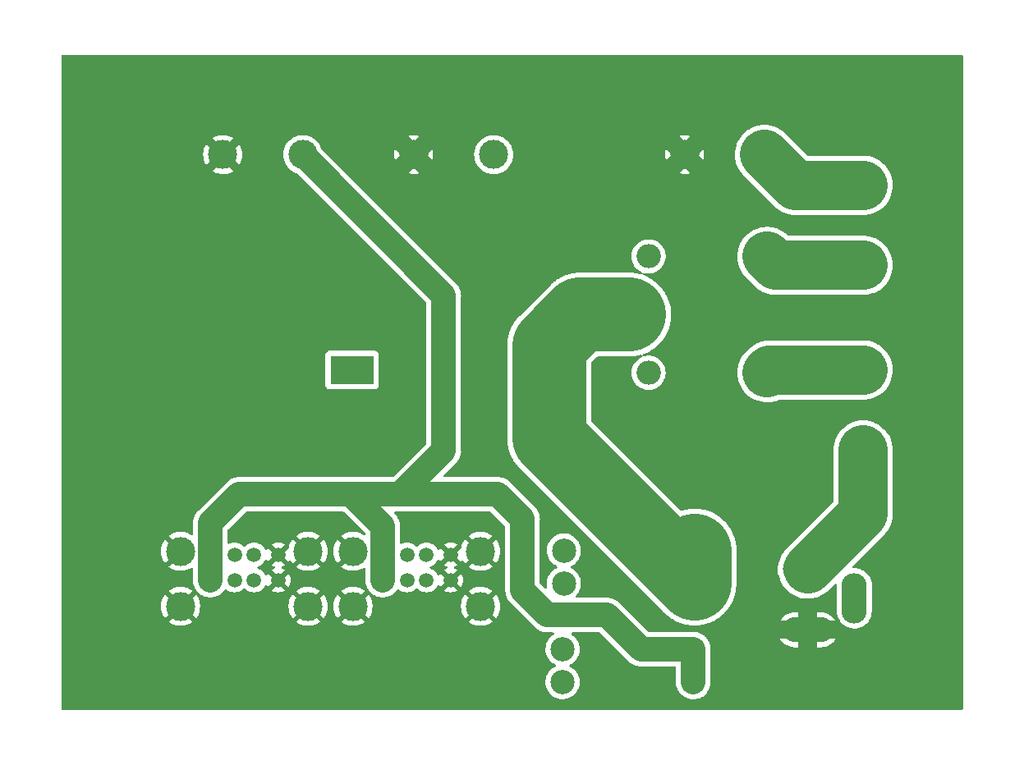
<source format=gbl>
%TF.GenerationSoftware,KiCad,Pcbnew,6.0.1+dfsg-1*%
%TF.CreationDate,2022-01-27T04:31:11+00:00*%
%TF.ProjectId,powerbox,706f7765-7262-46f7-982e-6b696361645f,rev?*%
%TF.SameCoordinates,Original*%
%TF.FileFunction,Copper,L2,Bot*%
%TF.FilePolarity,Positive*%
%FSLAX46Y46*%
G04 Gerber Fmt 4.6, Leading zero omitted, Abs format (unit mm)*
G04 Created by KiCad (PCBNEW 6.0.1+dfsg-1) date 2022-01-27 04:31:11*
%MOMM*%
%LPD*%
G01*
G04 APERTURE LIST*
%TA.AperFunction,ComponentPad*%
%ADD10O,5.200000X2.600000*%
%TD*%
%TA.AperFunction,ComponentPad*%
%ADD11O,2.600000X5.200000*%
%TD*%
%TA.AperFunction,ComponentPad*%
%ADD12C,3.000000*%
%TD*%
%TA.AperFunction,ComponentPad*%
%ADD13R,1.500000X1.500000*%
%TD*%
%TA.AperFunction,ComponentPad*%
%ADD14C,1.500000*%
%TD*%
%TA.AperFunction,ComponentPad*%
%ADD15R,2.500000X2.500000*%
%TD*%
%TA.AperFunction,ComponentPad*%
%ADD16O,2.500000X2.500000*%
%TD*%
%TA.AperFunction,ComponentPad*%
%ADD17C,6.400000*%
%TD*%
%TA.AperFunction,ComponentPad*%
%ADD18C,2.500000*%
%TD*%
%TA.AperFunction,ComponentPad*%
%ADD19C,0.600000*%
%TD*%
%TA.AperFunction,SMDPad,CuDef*%
%ADD20R,4.500000X2.950000*%
%TD*%
%TA.AperFunction,Conductor*%
%ADD21C,5.080000*%
%TD*%
%TA.AperFunction,Conductor*%
%ADD22C,2.540000*%
%TD*%
%TA.AperFunction,Conductor*%
%ADD23C,7.620000*%
%TD*%
G04 APERTURE END LIST*
D10*
%TO.P,J2,1,In*%
%TO.N,Net-(J2-Pad1)*%
X184150000Y-145000000D03*
%TO.P,J2,2,Ext*%
%TO.N,GND*%
X184150000Y-151250000D03*
D11*
%TO.P,J2,3*%
%TO.N,N/C*%
X188950000Y-148000000D03*
%TD*%
D12*
%TO.P,J8,1,Pin_1*%
%TO.N,GND*%
X143510000Y-102235000D03*
%TO.P,J8,2,Pin_2*%
%TO.N,+24V*%
X151760000Y-102235000D03*
%TD*%
%TO.P,SW2,1,Pin_1*%
%TO.N,Net-(J1-Pad2)*%
X189865000Y-105410000D03*
%TO.P,SW2,2,Pin_2*%
%TO.N,Net-(K1-Pad4)*%
X189865000Y-113660000D03*
%TD*%
D13*
%TO.P,J3,1,VBUS*%
%TO.N,+5V*%
X122555000Y-143510000D03*
D14*
%TO.P,J3,2,D-*%
%TO.N,unconnected-(J3-Pad2)*%
X125055000Y-143510000D03*
%TO.P,J3,3,D+*%
%TO.N,unconnected-(J3-Pad3)*%
X127055000Y-143510000D03*
%TO.P,J3,4,GND*%
%TO.N,GND*%
X129555000Y-143510000D03*
%TO.P,J3,5,VBUS*%
%TO.N,+5V*%
X122555000Y-146130000D03*
%TO.P,J3,6,D-*%
%TO.N,unconnected-(J3-Pad6)*%
X125055000Y-146130000D03*
%TO.P,J3,7,D+*%
%TO.N,unconnected-(J3-Pad7)*%
X127055000Y-146130000D03*
%TO.P,J3,8,GND*%
%TO.N,GND*%
X129555000Y-146130000D03*
D12*
%TO.P,J3,9,Shield*%
X132625000Y-143160000D03*
X119485000Y-148840000D03*
X132625000Y-148840000D03*
X119485000Y-143160000D03*
%TD*%
D15*
%TO.P,K1,1*%
%TO.N,Net-(F1-Pad1)*%
X165735000Y-118745000D03*
D16*
%TO.P,K1,2*%
%TO.N,Net-(D2-Pad2)*%
X167735000Y-124745000D03*
%TO.P,K1,3*%
%TO.N,Net-(D1-Pad2)*%
X179935000Y-124745000D03*
%TO.P,K1,4*%
%TO.N,Net-(K1-Pad4)*%
X179935000Y-112745000D03*
%TO.P,K1,5*%
%TO.N,Net-(D1-Pad2)*%
X167735000Y-112745000D03*
%TD*%
D17*
%TO.P,REF\u002A\u002A,1*%
%TO.N,GND*%
X195580000Y-96520000D03*
%TD*%
D12*
%TO.P,SW1,1,Pin_1*%
%TO.N,Net-(D1-Pad2)*%
X189865000Y-124460000D03*
%TO.P,SW1,2,Pin_2*%
%TO.N,Net-(J2-Pad1)*%
X189865000Y-132710000D03*
%TD*%
D17*
%TO.P,REF\u002A\u002A,1*%
%TO.N,GND*%
X111760000Y-154940000D03*
%TD*%
%TO.P,REF\u002A\u002A,1*%
%TO.N,GND*%
X111760000Y-96520000D03*
%TD*%
D13*
%TO.P,J4,1,VBUS*%
%TO.N,+5V*%
X140335000Y-143510000D03*
D14*
%TO.P,J4,2,D-*%
%TO.N,unconnected-(J4-Pad2)*%
X142835000Y-143510000D03*
%TO.P,J4,3,D+*%
%TO.N,unconnected-(J4-Pad3)*%
X144835000Y-143510000D03*
%TO.P,J4,4,GND*%
%TO.N,GND*%
X147335000Y-143510000D03*
%TO.P,J4,5,VBUS*%
%TO.N,+5V*%
X140335000Y-146130000D03*
%TO.P,J4,6,D-*%
%TO.N,unconnected-(J4-Pad6)*%
X142835000Y-146130000D03*
%TO.P,J4,7,D+*%
%TO.N,unconnected-(J4-Pad7)*%
X144835000Y-146130000D03*
%TO.P,J4,8,GND*%
%TO.N,GND*%
X147335000Y-146130000D03*
D12*
%TO.P,J4,9,Shield*%
X150405000Y-143160000D03*
X150405000Y-148840000D03*
X137265000Y-143160000D03*
X137265000Y-148840000D03*
%TD*%
D17*
%TO.P,REF\u002A\u002A,1*%
%TO.N,GND*%
X195580000Y-154940000D03*
%TD*%
D12*
%TO.P,J1,1,Pin_1*%
%TO.N,GND*%
X171450000Y-102235000D03*
%TO.P,J1,2,Pin_2*%
%TO.N,Net-(J1-Pad2)*%
X179700000Y-102235000D03*
%TD*%
%TO.P,J7,1,Pin_1*%
%TO.N,GND*%
X123825000Y-102235000D03*
%TO.P,J7,2,Pin_2*%
%TO.N,+5V*%
X132075000Y-102235000D03*
%TD*%
D18*
%TO.P,F1,1*%
%TO.N,Net-(F1-Pad1)*%
X172470000Y-143080000D03*
X172470000Y-146480000D03*
%TO.P,F1,2*%
%TO.N,Net-(F1-Pad2)*%
X159000000Y-143080000D03*
X159000000Y-146480000D03*
%TD*%
%TO.P,F2,1*%
%TO.N,Net-(C5-Pad1)*%
X158873000Y-153240000D03*
X158873000Y-156640000D03*
%TO.P,F2,2*%
%TO.N,+5V*%
X172343000Y-153240000D03*
X172343000Y-156640000D03*
%TD*%
D19*
%TO.P,U1,9*%
%TO.N,N/C*%
X137860000Y-123860000D03*
X135360000Y-125060000D03*
D20*
X137160000Y-124460000D03*
D19*
X135360000Y-123860000D03*
X138960000Y-125060000D03*
X137860000Y-125060000D03*
X136560000Y-125060000D03*
X138960000Y-123860000D03*
X136560000Y-123860000D03*
%TD*%
D21*
%TO.N,Net-(D1-Pad2)*%
X180220000Y-124460000D02*
X179935000Y-124745000D01*
X189865000Y-124460000D02*
X180220000Y-124460000D01*
D22*
%TO.N,+5V*%
X137033000Y-137287000D02*
X125488000Y-137287000D01*
X132075000Y-102235000D02*
X146621500Y-116781500D01*
X163449000Y-149733000D02*
X157289500Y-149733000D01*
X146621500Y-132778500D02*
X142113000Y-137287000D01*
X125488000Y-137287000D02*
X122555000Y-140220000D01*
X140335000Y-146130000D02*
X140335000Y-143510000D01*
X172343000Y-156640000D02*
X172343000Y-153240000D01*
X140335000Y-140589000D02*
X137033000Y-137287000D01*
X140335000Y-143510000D02*
X140335000Y-140589000D01*
X146621500Y-116781500D02*
X146621500Y-132778500D01*
X147193000Y-137287000D02*
X142113000Y-137287000D01*
X122555000Y-140220000D02*
X122555000Y-146130000D01*
X157289500Y-149733000D02*
X154749500Y-147193000D01*
X154749500Y-147193000D02*
X154749500Y-139827000D01*
X152209500Y-137287000D02*
X147193000Y-137287000D01*
X166956000Y-153240000D02*
X163449000Y-149733000D01*
X140652500Y-137287000D02*
X137033000Y-137287000D01*
X166956000Y-153240000D02*
X172343000Y-153240000D01*
X154749500Y-139827000D02*
X152209500Y-137287000D01*
X142113000Y-137287000D02*
X140652500Y-137287000D01*
D21*
%TO.N,Net-(J1-Pad2)*%
X189865000Y-105410000D02*
X182875000Y-105410000D01*
X182875000Y-105410000D02*
X179700000Y-102235000D01*
%TO.N,Net-(J2-Pad1)*%
X189865000Y-139285000D02*
X184150000Y-145000000D01*
X189865000Y-132710000D02*
X189865000Y-139285000D01*
%TO.N,Net-(K1-Pad4)*%
X180850000Y-113660000D02*
X179935000Y-112745000D01*
X189865000Y-113660000D02*
X180850000Y-113660000D01*
D23*
%TO.N,Net-(F1-Pad1)*%
X160655000Y-118745000D02*
X157480000Y-121920000D01*
X165735000Y-118745000D02*
X160655000Y-118745000D01*
X157480000Y-121920000D02*
X157480000Y-131490000D01*
X157480000Y-131490000D02*
X172470000Y-146480000D01*
X172470000Y-143080000D02*
X172470000Y-146480000D01*
%TD*%
%TA.AperFunction,Conductor*%
%TO.N,GND*%
G36*
X200094121Y-91968002D02*
G01*
X200140614Y-92021658D01*
X200152000Y-92074000D01*
X200152000Y-159386000D01*
X200131998Y-159454121D01*
X200078342Y-159500614D01*
X200026000Y-159512000D01*
X107314000Y-159512000D01*
X107245879Y-159491998D01*
X107199386Y-159438342D01*
X107188000Y-159386000D01*
X107188000Y-150429654D01*
X118260618Y-150429654D01*
X118267673Y-150439627D01*
X118298679Y-150465551D01*
X118305598Y-150470579D01*
X118530272Y-150611515D01*
X118537807Y-150615556D01*
X118779520Y-150724694D01*
X118787551Y-150727680D01*
X119041832Y-150803002D01*
X119050184Y-150804869D01*
X119312340Y-150844984D01*
X119320874Y-150845700D01*
X119586045Y-150849867D01*
X119594596Y-150849418D01*
X119857883Y-150817557D01*
X119866284Y-150815955D01*
X120122824Y-150748653D01*
X120130926Y-150745926D01*
X120375949Y-150644434D01*
X120383617Y-150640628D01*
X120612598Y-150506822D01*
X120619679Y-150502009D01*
X120699655Y-150439301D01*
X120706545Y-150429654D01*
X131400618Y-150429654D01*
X131407673Y-150439627D01*
X131438679Y-150465551D01*
X131445598Y-150470579D01*
X131670272Y-150611515D01*
X131677807Y-150615556D01*
X131919520Y-150724694D01*
X131927551Y-150727680D01*
X132181832Y-150803002D01*
X132190184Y-150804869D01*
X132452340Y-150844984D01*
X132460874Y-150845700D01*
X132726045Y-150849867D01*
X132734596Y-150849418D01*
X132997883Y-150817557D01*
X133006284Y-150815955D01*
X133262824Y-150748653D01*
X133270926Y-150745926D01*
X133515949Y-150644434D01*
X133523617Y-150640628D01*
X133752598Y-150506822D01*
X133759679Y-150502009D01*
X133839655Y-150439301D01*
X133846545Y-150429654D01*
X136040618Y-150429654D01*
X136047673Y-150439627D01*
X136078679Y-150465551D01*
X136085598Y-150470579D01*
X136310272Y-150611515D01*
X136317807Y-150615556D01*
X136559520Y-150724694D01*
X136567551Y-150727680D01*
X136821832Y-150803002D01*
X136830184Y-150804869D01*
X137092340Y-150844984D01*
X137100874Y-150845700D01*
X137366045Y-150849867D01*
X137374596Y-150849418D01*
X137637883Y-150817557D01*
X137646284Y-150815955D01*
X137902824Y-150748653D01*
X137910926Y-150745926D01*
X138155949Y-150644434D01*
X138163617Y-150640628D01*
X138392598Y-150506822D01*
X138399679Y-150502009D01*
X138479655Y-150439301D01*
X138486545Y-150429654D01*
X149180618Y-150429654D01*
X149187673Y-150439627D01*
X149218679Y-150465551D01*
X149225598Y-150470579D01*
X149450272Y-150611515D01*
X149457807Y-150615556D01*
X149699520Y-150724694D01*
X149707551Y-150727680D01*
X149961832Y-150803002D01*
X149970184Y-150804869D01*
X150232340Y-150844984D01*
X150240874Y-150845700D01*
X150506045Y-150849867D01*
X150514596Y-150849418D01*
X150777883Y-150817557D01*
X150786284Y-150815955D01*
X151042824Y-150748653D01*
X151050926Y-150745926D01*
X151295949Y-150644434D01*
X151303617Y-150640628D01*
X151532598Y-150506822D01*
X151539679Y-150502009D01*
X151619655Y-150439301D01*
X151628125Y-150427442D01*
X151621608Y-150415818D01*
X150417812Y-149212022D01*
X150403868Y-149204408D01*
X150402035Y-149204539D01*
X150395420Y-149208790D01*
X149187910Y-150416300D01*
X149180618Y-150429654D01*
X138486545Y-150429654D01*
X138488125Y-150427442D01*
X138481608Y-150415818D01*
X137277812Y-149212022D01*
X137263868Y-149204408D01*
X137262035Y-149204539D01*
X137255420Y-149208790D01*
X136047910Y-150416300D01*
X136040618Y-150429654D01*
X133846545Y-150429654D01*
X133848125Y-150427442D01*
X133841608Y-150415818D01*
X132637812Y-149212022D01*
X132623868Y-149204408D01*
X132622035Y-149204539D01*
X132615420Y-149208790D01*
X131407910Y-150416300D01*
X131400618Y-150429654D01*
X120706545Y-150429654D01*
X120708125Y-150427442D01*
X120701608Y-150415818D01*
X119497812Y-149212022D01*
X119483868Y-149204408D01*
X119482035Y-149204539D01*
X119475420Y-149208790D01*
X118267910Y-150416300D01*
X118260618Y-150429654D01*
X107188000Y-150429654D01*
X107188000Y-148823204D01*
X117472665Y-148823204D01*
X117487932Y-149087969D01*
X117489005Y-149096470D01*
X117540065Y-149356722D01*
X117542276Y-149364974D01*
X117628184Y-149615894D01*
X117631499Y-149623779D01*
X117750664Y-149860713D01*
X117755020Y-149868079D01*
X117884347Y-150056250D01*
X117894601Y-150064594D01*
X117908342Y-150057448D01*
X119112978Y-148852812D01*
X119119356Y-148841132D01*
X119849408Y-148841132D01*
X119849539Y-148842965D01*
X119853790Y-148849580D01*
X121060730Y-150056520D01*
X121072939Y-150063187D01*
X121084439Y-150054497D01*
X121181831Y-149921913D01*
X121186418Y-149914685D01*
X121312962Y-149681621D01*
X121316530Y-149673827D01*
X121410271Y-149425750D01*
X121412748Y-149417544D01*
X121471954Y-149159038D01*
X121473294Y-149150577D01*
X121497031Y-148884616D01*
X121497277Y-148879677D01*
X121497666Y-148842485D01*
X121497523Y-148837519D01*
X121496547Y-148823204D01*
X130612665Y-148823204D01*
X130627932Y-149087969D01*
X130629005Y-149096470D01*
X130680065Y-149356722D01*
X130682276Y-149364974D01*
X130768184Y-149615894D01*
X130771499Y-149623779D01*
X130890664Y-149860713D01*
X130895020Y-149868079D01*
X131024347Y-150056250D01*
X131034601Y-150064594D01*
X131048342Y-150057448D01*
X132252978Y-148852812D01*
X132259356Y-148841132D01*
X132989408Y-148841132D01*
X132989539Y-148842965D01*
X132993790Y-148849580D01*
X134200730Y-150056520D01*
X134212939Y-150063187D01*
X134224439Y-150054497D01*
X134321831Y-149921913D01*
X134326418Y-149914685D01*
X134452962Y-149681621D01*
X134456530Y-149673827D01*
X134550271Y-149425750D01*
X134552748Y-149417544D01*
X134611954Y-149159038D01*
X134613294Y-149150577D01*
X134637031Y-148884616D01*
X134637277Y-148879677D01*
X134637666Y-148842485D01*
X134637523Y-148837519D01*
X134636547Y-148823204D01*
X135252665Y-148823204D01*
X135267932Y-149087969D01*
X135269005Y-149096470D01*
X135320065Y-149356722D01*
X135322276Y-149364974D01*
X135408184Y-149615894D01*
X135411499Y-149623779D01*
X135530664Y-149860713D01*
X135535020Y-149868079D01*
X135664347Y-150056250D01*
X135674601Y-150064594D01*
X135688342Y-150057448D01*
X136892978Y-148852812D01*
X136899356Y-148841132D01*
X137629408Y-148841132D01*
X137629539Y-148842965D01*
X137633790Y-148849580D01*
X138840730Y-150056520D01*
X138852939Y-150063187D01*
X138864439Y-150054497D01*
X138961831Y-149921913D01*
X138966418Y-149914685D01*
X139092962Y-149681621D01*
X139096530Y-149673827D01*
X139190271Y-149425750D01*
X139192748Y-149417544D01*
X139251954Y-149159038D01*
X139253294Y-149150577D01*
X139277031Y-148884616D01*
X139277277Y-148879677D01*
X139277666Y-148842485D01*
X139277523Y-148837519D01*
X139276547Y-148823204D01*
X148392665Y-148823204D01*
X148407932Y-149087969D01*
X148409005Y-149096470D01*
X148460065Y-149356722D01*
X148462276Y-149364974D01*
X148548184Y-149615894D01*
X148551499Y-149623779D01*
X148670664Y-149860713D01*
X148675020Y-149868079D01*
X148804347Y-150056250D01*
X148814601Y-150064594D01*
X148828342Y-150057448D01*
X150032978Y-148852812D01*
X150039356Y-148841132D01*
X150769408Y-148841132D01*
X150769539Y-148842965D01*
X150773790Y-148849580D01*
X151980730Y-150056520D01*
X151992939Y-150063187D01*
X152004439Y-150054497D01*
X152101831Y-149921913D01*
X152106418Y-149914685D01*
X152232962Y-149681621D01*
X152236530Y-149673827D01*
X152330271Y-149425750D01*
X152332748Y-149417544D01*
X152391954Y-149159038D01*
X152393294Y-149150577D01*
X152417031Y-148884616D01*
X152417277Y-148879677D01*
X152417666Y-148842485D01*
X152417523Y-148837519D01*
X152399362Y-148571123D01*
X152398201Y-148562649D01*
X152344419Y-148302944D01*
X152342120Y-148294709D01*
X152253588Y-148044705D01*
X152250191Y-148036854D01*
X152128550Y-147801178D01*
X152124122Y-147793866D01*
X152005031Y-147624417D01*
X151994509Y-147616037D01*
X151981121Y-147623089D01*
X150777022Y-148827188D01*
X150769408Y-148841132D01*
X150039356Y-148841132D01*
X150040592Y-148838868D01*
X150040461Y-148837035D01*
X150036210Y-148830420D01*
X148828814Y-147623024D01*
X148816804Y-147616466D01*
X148805064Y-147625434D01*
X148696935Y-147775911D01*
X148692418Y-147783196D01*
X148568325Y-148017567D01*
X148564839Y-148025395D01*
X148473700Y-148274446D01*
X148471311Y-148282670D01*
X148414812Y-148541795D01*
X148413563Y-148550250D01*
X148392754Y-148814653D01*
X148392665Y-148823204D01*
X139276547Y-148823204D01*
X139259362Y-148571123D01*
X139258201Y-148562649D01*
X139204419Y-148302944D01*
X139202120Y-148294709D01*
X139113588Y-148044705D01*
X139110191Y-148036854D01*
X138988550Y-147801178D01*
X138984122Y-147793866D01*
X138865031Y-147624417D01*
X138854509Y-147616037D01*
X138841121Y-147623089D01*
X137637022Y-148827188D01*
X137629408Y-148841132D01*
X136899356Y-148841132D01*
X136900592Y-148838868D01*
X136900461Y-148837035D01*
X136896210Y-148830420D01*
X135688814Y-147623024D01*
X135676804Y-147616466D01*
X135665064Y-147625434D01*
X135556935Y-147775911D01*
X135552418Y-147783196D01*
X135428325Y-148017567D01*
X135424839Y-148025395D01*
X135333700Y-148274446D01*
X135331311Y-148282670D01*
X135274812Y-148541795D01*
X135273563Y-148550250D01*
X135252754Y-148814653D01*
X135252665Y-148823204D01*
X134636547Y-148823204D01*
X134619362Y-148571123D01*
X134618201Y-148562649D01*
X134564419Y-148302944D01*
X134562120Y-148294709D01*
X134473588Y-148044705D01*
X134470191Y-148036854D01*
X134348550Y-147801178D01*
X134344122Y-147793866D01*
X134225031Y-147624417D01*
X134214509Y-147616037D01*
X134201121Y-147623089D01*
X132997022Y-148827188D01*
X132989408Y-148841132D01*
X132259356Y-148841132D01*
X132260592Y-148838868D01*
X132260461Y-148837035D01*
X132256210Y-148830420D01*
X131048814Y-147623024D01*
X131036804Y-147616466D01*
X131025064Y-147625434D01*
X130916935Y-147775911D01*
X130912418Y-147783196D01*
X130788325Y-148017567D01*
X130784839Y-148025395D01*
X130693700Y-148274446D01*
X130691311Y-148282670D01*
X130634812Y-148541795D01*
X130633563Y-148550250D01*
X130612754Y-148814653D01*
X130612665Y-148823204D01*
X121496547Y-148823204D01*
X121479362Y-148571123D01*
X121478201Y-148562649D01*
X121424419Y-148302944D01*
X121422120Y-148294709D01*
X121333588Y-148044705D01*
X121330191Y-148036854D01*
X121208550Y-147801178D01*
X121204122Y-147793866D01*
X121085031Y-147624417D01*
X121074509Y-147616037D01*
X121061121Y-147623089D01*
X119857022Y-148827188D01*
X119849408Y-148841132D01*
X119119356Y-148841132D01*
X119120592Y-148838868D01*
X119120461Y-148837035D01*
X119116210Y-148830420D01*
X117908814Y-147623024D01*
X117896804Y-147616466D01*
X117885064Y-147625434D01*
X117776935Y-147775911D01*
X117772418Y-147783196D01*
X117648325Y-148017567D01*
X117644839Y-148025395D01*
X117553700Y-148274446D01*
X117551311Y-148282670D01*
X117494812Y-148541795D01*
X117493563Y-148550250D01*
X117472754Y-148814653D01*
X117472665Y-148823204D01*
X107188000Y-148823204D01*
X107188000Y-147252500D01*
X118261584Y-147252500D01*
X118267980Y-147263770D01*
X119472188Y-148467978D01*
X119486132Y-148475592D01*
X119487965Y-148475461D01*
X119494580Y-148471210D01*
X120701604Y-147264186D01*
X120708795Y-147251017D01*
X120701473Y-147240780D01*
X120654233Y-147202115D01*
X120647261Y-147197160D01*
X120421122Y-147058582D01*
X120413552Y-147054624D01*
X120170704Y-146948022D01*
X120162644Y-146945120D01*
X119907592Y-146872467D01*
X119899214Y-146870685D01*
X119636656Y-146833318D01*
X119628111Y-146832691D01*
X119362908Y-146831302D01*
X119354374Y-146831839D01*
X119091433Y-146866456D01*
X119083035Y-146868149D01*
X118827238Y-146938127D01*
X118819143Y-146940946D01*
X118575199Y-147044997D01*
X118567577Y-147048881D01*
X118340013Y-147185075D01*
X118332981Y-147189962D01*
X118270053Y-147240377D01*
X118261584Y-147252500D01*
X107188000Y-147252500D01*
X107188000Y-144749654D01*
X118260618Y-144749654D01*
X118267673Y-144759627D01*
X118298679Y-144785551D01*
X118305598Y-144790579D01*
X118530272Y-144931515D01*
X118537807Y-144935556D01*
X118779520Y-145044694D01*
X118787551Y-145047680D01*
X119041832Y-145123002D01*
X119050184Y-145124869D01*
X119312340Y-145164984D01*
X119320874Y-145165700D01*
X119586045Y-145169867D01*
X119594596Y-145169418D01*
X119857883Y-145137557D01*
X119866284Y-145135955D01*
X120122824Y-145068653D01*
X120130926Y-145065926D01*
X120375949Y-144964434D01*
X120383617Y-144960628D01*
X120586929Y-144841822D01*
X120655836Y-144824723D01*
X120723049Y-144847592D01*
X120767228Y-144903169D01*
X120776500Y-144950610D01*
X120776500Y-146197108D01*
X120776673Y-146199433D01*
X120776673Y-146199439D01*
X120788204Y-146354599D01*
X120791103Y-146393616D01*
X120849443Y-146651441D01*
X120851135Y-146655793D01*
X120851136Y-146655795D01*
X120921244Y-146836076D01*
X120945251Y-146897811D01*
X120947568Y-146901865D01*
X120947569Y-146901867D01*
X120968293Y-146938127D01*
X121076422Y-147127313D01*
X121240075Y-147334906D01*
X121432615Y-147516030D01*
X121436458Y-147518696D01*
X121645974Y-147664042D01*
X121645979Y-147664045D01*
X121649812Y-147666704D01*
X121654001Y-147668770D01*
X121654003Y-147668771D01*
X121882706Y-147781555D01*
X121882709Y-147781556D01*
X121886894Y-147783620D01*
X121891337Y-147785042D01*
X121891339Y-147785043D01*
X121971079Y-147810568D01*
X122138653Y-147864209D01*
X122205803Y-147875145D01*
X122394947Y-147905949D01*
X122394948Y-147905949D01*
X122399559Y-147906700D01*
X122531719Y-147908430D01*
X122659202Y-147910099D01*
X122659205Y-147910099D01*
X122663879Y-147910160D01*
X122925808Y-147874514D01*
X122930298Y-147873205D01*
X122930304Y-147873204D01*
X123038268Y-147841735D01*
X123179590Y-147800543D01*
X123183837Y-147798585D01*
X123183840Y-147798584D01*
X123313892Y-147738629D01*
X123419652Y-147689873D01*
X123467737Y-147658347D01*
X123636805Y-147547501D01*
X123636810Y-147547497D01*
X123640718Y-147544935D01*
X123837933Y-147368914D01*
X124006964Y-147165676D01*
X124009385Y-147161687D01*
X124009391Y-147161678D01*
X124038453Y-147113784D01*
X124090892Y-147065923D01*
X124160882Y-147054011D01*
X124226201Y-147081828D01*
X124235267Y-147090054D01*
X124242962Y-147097749D01*
X124247471Y-147100906D01*
X124247473Y-147100908D01*
X124290422Y-147130981D01*
X124423346Y-147224056D01*
X124622924Y-147317120D01*
X124835629Y-147374115D01*
X125055000Y-147393307D01*
X125274371Y-147374115D01*
X125487076Y-147317120D01*
X125686654Y-147224056D01*
X125819578Y-147130981D01*
X125862527Y-147100908D01*
X125862529Y-147100906D01*
X125867038Y-147097749D01*
X125965905Y-146998882D01*
X126028217Y-146964856D01*
X126099032Y-146969921D01*
X126144095Y-146998882D01*
X126242962Y-147097749D01*
X126247471Y-147100906D01*
X126247473Y-147100908D01*
X126290422Y-147130981D01*
X126423346Y-147224056D01*
X126622924Y-147317120D01*
X126835629Y-147374115D01*
X127055000Y-147393307D01*
X127274371Y-147374115D01*
X127487076Y-147317120D01*
X127686654Y-147224056D01*
X127749342Y-147180161D01*
X128869393Y-147180161D01*
X128878687Y-147192175D01*
X128919088Y-147220464D01*
X128928584Y-147225947D01*
X129118113Y-147314326D01*
X129128405Y-147318072D01*
X129330401Y-147372196D01*
X129341196Y-147374099D01*
X129549525Y-147392326D01*
X129560475Y-147392326D01*
X129768804Y-147374099D01*
X129779599Y-147372196D01*
X129981595Y-147318072D01*
X129991887Y-147314326D01*
X130124473Y-147252500D01*
X131401584Y-147252500D01*
X131407980Y-147263770D01*
X132612188Y-148467978D01*
X132626132Y-148475592D01*
X132627965Y-148475461D01*
X132634580Y-148471210D01*
X133841604Y-147264186D01*
X133847985Y-147252500D01*
X136041584Y-147252500D01*
X136047980Y-147263770D01*
X137252188Y-148467978D01*
X137266132Y-148475592D01*
X137267965Y-148475461D01*
X137274580Y-148471210D01*
X138481604Y-147264186D01*
X138488795Y-147251017D01*
X138481473Y-147240780D01*
X138434233Y-147202115D01*
X138427261Y-147197160D01*
X138201122Y-147058582D01*
X138193552Y-147054624D01*
X137950704Y-146948022D01*
X137942644Y-146945120D01*
X137687592Y-146872467D01*
X137679214Y-146870685D01*
X137416656Y-146833318D01*
X137408111Y-146832691D01*
X137142908Y-146831302D01*
X137134374Y-146831839D01*
X136871433Y-146866456D01*
X136863035Y-146868149D01*
X136607238Y-146938127D01*
X136599143Y-146940946D01*
X136355199Y-147044997D01*
X136347577Y-147048881D01*
X136120013Y-147185075D01*
X136112981Y-147189962D01*
X136050053Y-147240377D01*
X136041584Y-147252500D01*
X133847985Y-147252500D01*
X133848795Y-147251017D01*
X133841473Y-147240780D01*
X133794233Y-147202115D01*
X133787261Y-147197160D01*
X133561122Y-147058582D01*
X133553552Y-147054624D01*
X133310704Y-146948022D01*
X133302644Y-146945120D01*
X133047592Y-146872467D01*
X133039214Y-146870685D01*
X132776656Y-146833318D01*
X132768111Y-146832691D01*
X132502908Y-146831302D01*
X132494374Y-146831839D01*
X132231433Y-146866456D01*
X132223035Y-146868149D01*
X131967238Y-146938127D01*
X131959143Y-146940946D01*
X131715199Y-147044997D01*
X131707577Y-147048881D01*
X131480013Y-147185075D01*
X131472981Y-147189962D01*
X131410053Y-147240377D01*
X131401584Y-147252500D01*
X130124473Y-147252500D01*
X130181416Y-147225947D01*
X130190912Y-147220464D01*
X130232148Y-147191590D01*
X130240523Y-147181112D01*
X130233457Y-147167668D01*
X129567811Y-146502021D01*
X129553868Y-146494408D01*
X129552034Y-146494539D01*
X129545420Y-146498790D01*
X128875820Y-147168391D01*
X128869393Y-147180161D01*
X127749342Y-147180161D01*
X127819578Y-147130981D01*
X127862527Y-147100908D01*
X127862529Y-147100906D01*
X127867038Y-147097749D01*
X128022749Y-146942038D01*
X128096945Y-146836076D01*
X128145899Y-146766162D01*
X128145900Y-146766160D01*
X128149056Y-146761653D01*
X128151379Y-146756671D01*
X128151382Y-146756666D01*
X128191081Y-146671530D01*
X128237998Y-146618245D01*
X128306276Y-146598784D01*
X128374235Y-146619326D01*
X128419471Y-146671530D01*
X128459054Y-146756417D01*
X128464534Y-146765907D01*
X128493411Y-146807149D01*
X128503887Y-146815523D01*
X128517334Y-146808455D01*
X129182979Y-146142811D01*
X129189356Y-146131132D01*
X129919408Y-146131132D01*
X129919539Y-146132966D01*
X129923790Y-146139580D01*
X130593391Y-146809180D01*
X130605161Y-146815607D01*
X130617176Y-146806311D01*
X130645466Y-146765907D01*
X130650946Y-146756417D01*
X130739326Y-146566887D01*
X130743072Y-146556595D01*
X130797196Y-146354599D01*
X130799099Y-146343804D01*
X130817326Y-146135475D01*
X130817326Y-146124525D01*
X130799099Y-145916196D01*
X130797196Y-145905401D01*
X130743072Y-145703405D01*
X130739326Y-145693113D01*
X130650946Y-145503583D01*
X130645466Y-145494093D01*
X130616589Y-145452851D01*
X130606113Y-145444477D01*
X130592666Y-145451545D01*
X129927021Y-146117189D01*
X129919408Y-146131132D01*
X129189356Y-146131132D01*
X129190592Y-146128868D01*
X129190461Y-146127034D01*
X129186210Y-146120420D01*
X128516609Y-145450820D01*
X128504839Y-145444393D01*
X128492824Y-145453689D01*
X128464534Y-145494093D01*
X128459054Y-145503583D01*
X128419471Y-145588470D01*
X128372554Y-145641755D01*
X128304276Y-145661216D01*
X128236316Y-145640674D01*
X128191081Y-145588470D01*
X128151382Y-145503334D01*
X128151379Y-145503329D01*
X128149056Y-145498347D01*
X128135115Y-145478437D01*
X128025908Y-145322473D01*
X128025906Y-145322470D01*
X128022749Y-145317962D01*
X127867038Y-145162251D01*
X127686654Y-145035944D01*
X127487076Y-144942880D01*
X127481763Y-144941456D01*
X127476592Y-144939574D01*
X127477066Y-144938272D01*
X127422078Y-144904757D01*
X127391055Y-144840897D01*
X127399482Y-144770402D01*
X127444684Y-144715654D01*
X127476797Y-144700989D01*
X127476592Y-144700426D01*
X127481763Y-144698544D01*
X127487076Y-144697120D01*
X127686654Y-144604056D01*
X127749342Y-144560161D01*
X128869393Y-144560161D01*
X128878687Y-144572175D01*
X128919088Y-144600464D01*
X128928584Y-144605947D01*
X129118113Y-144694326D01*
X129128409Y-144698073D01*
X129129229Y-144698293D01*
X129129550Y-144698488D01*
X129133579Y-144699955D01*
X129133284Y-144700765D01*
X129189852Y-144735243D01*
X129220875Y-144799103D01*
X129212448Y-144869598D01*
X129167246Y-144924345D01*
X129133478Y-144939767D01*
X129133579Y-144940045D01*
X129130078Y-144941319D01*
X129129229Y-144941707D01*
X129128409Y-144941927D01*
X129118113Y-144945674D01*
X128928583Y-145034054D01*
X128919093Y-145039534D01*
X128877851Y-145068411D01*
X128869477Y-145078887D01*
X128876545Y-145092334D01*
X129542189Y-145757979D01*
X129556132Y-145765592D01*
X129557966Y-145765461D01*
X129564580Y-145761210D01*
X130234180Y-145091609D01*
X130240607Y-145079839D01*
X130231313Y-145067825D01*
X130190912Y-145039536D01*
X130181416Y-145034053D01*
X129991887Y-144945674D01*
X129981591Y-144941927D01*
X129980771Y-144941707D01*
X129980450Y-144941512D01*
X129976421Y-144940045D01*
X129976716Y-144939235D01*
X129920148Y-144904757D01*
X129889125Y-144840897D01*
X129897552Y-144770402D01*
X129914683Y-144749654D01*
X131400618Y-144749654D01*
X131407673Y-144759627D01*
X131438679Y-144785551D01*
X131445598Y-144790579D01*
X131670272Y-144931515D01*
X131677807Y-144935556D01*
X131919520Y-145044694D01*
X131927551Y-145047680D01*
X132181832Y-145123002D01*
X132190184Y-145124869D01*
X132452340Y-145164984D01*
X132460874Y-145165700D01*
X132726045Y-145169867D01*
X132734596Y-145169418D01*
X132997883Y-145137557D01*
X133006284Y-145135955D01*
X133262824Y-145068653D01*
X133270926Y-145065926D01*
X133515949Y-144964434D01*
X133523617Y-144960628D01*
X133752598Y-144826822D01*
X133759679Y-144822009D01*
X133839655Y-144759301D01*
X133848125Y-144747442D01*
X133841608Y-144735818D01*
X132637812Y-143532022D01*
X132623868Y-143524408D01*
X132622035Y-143524539D01*
X132615420Y-143528790D01*
X131407910Y-144736300D01*
X131400618Y-144749654D01*
X129914683Y-144749654D01*
X129942754Y-144715655D01*
X129976522Y-144700233D01*
X129976421Y-144699955D01*
X129979922Y-144698681D01*
X129980771Y-144698293D01*
X129981591Y-144698073D01*
X129991887Y-144694326D01*
X130181416Y-144605947D01*
X130190912Y-144600464D01*
X130232148Y-144571590D01*
X130240523Y-144561112D01*
X130233457Y-144547668D01*
X129567811Y-143882021D01*
X129553868Y-143874408D01*
X129552034Y-143874539D01*
X129545420Y-143878790D01*
X128875820Y-144548391D01*
X128869393Y-144560161D01*
X127749342Y-144560161D01*
X127867038Y-144477749D01*
X128022749Y-144322038D01*
X128035130Y-144304357D01*
X128145899Y-144146162D01*
X128145900Y-144146160D01*
X128149056Y-144141653D01*
X128151379Y-144136671D01*
X128151382Y-144136666D01*
X128191081Y-144051530D01*
X128237998Y-143998245D01*
X128306276Y-143978784D01*
X128374235Y-143999326D01*
X128419471Y-144051530D01*
X128459054Y-144136417D01*
X128464534Y-144145907D01*
X128493411Y-144187149D01*
X128503887Y-144195523D01*
X128517334Y-144188455D01*
X129182979Y-143522811D01*
X129189356Y-143511132D01*
X129919408Y-143511132D01*
X129919539Y-143512966D01*
X129923790Y-143519580D01*
X130593391Y-144189180D01*
X130605161Y-144195607D01*
X130617176Y-144186311D01*
X130645466Y-144145907D01*
X130650393Y-144137374D01*
X130701775Y-144088380D01*
X130771489Y-144074943D01*
X130837400Y-144101330D01*
X130872077Y-144143758D01*
X130890661Y-144180707D01*
X130895020Y-144188079D01*
X131024347Y-144376250D01*
X131034601Y-144384594D01*
X131048342Y-144377448D01*
X132252978Y-143172812D01*
X132259356Y-143161132D01*
X132989408Y-143161132D01*
X132989539Y-143162965D01*
X132993790Y-143169580D01*
X134200730Y-144376520D01*
X134212939Y-144383187D01*
X134224439Y-144374497D01*
X134321831Y-144241913D01*
X134326418Y-144234685D01*
X134452962Y-144001621D01*
X134456530Y-143993827D01*
X134550271Y-143745750D01*
X134552748Y-143737544D01*
X134611954Y-143479038D01*
X134613294Y-143470577D01*
X134637031Y-143204616D01*
X134637277Y-143199677D01*
X134637666Y-143162485D01*
X134637523Y-143157519D01*
X134636547Y-143143204D01*
X135252665Y-143143204D01*
X135267932Y-143407969D01*
X135269005Y-143416470D01*
X135320065Y-143676722D01*
X135322276Y-143684974D01*
X135408184Y-143935894D01*
X135411499Y-143943779D01*
X135530664Y-144180713D01*
X135535020Y-144188079D01*
X135664347Y-144376250D01*
X135674601Y-144384594D01*
X135688342Y-144377448D01*
X136892978Y-143172812D01*
X136900592Y-143158868D01*
X136900461Y-143157035D01*
X136896210Y-143150420D01*
X135688814Y-141943024D01*
X135676804Y-141936466D01*
X135665064Y-141945434D01*
X135556935Y-142095911D01*
X135552418Y-142103196D01*
X135428325Y-142337567D01*
X135424839Y-142345395D01*
X135333700Y-142594446D01*
X135331311Y-142602670D01*
X135274812Y-142861795D01*
X135273563Y-142870250D01*
X135252754Y-143134653D01*
X135252665Y-143143204D01*
X134636547Y-143143204D01*
X134619362Y-142891123D01*
X134618201Y-142882649D01*
X134564419Y-142622944D01*
X134562120Y-142614709D01*
X134473588Y-142364705D01*
X134470191Y-142356854D01*
X134348550Y-142121178D01*
X134344122Y-142113866D01*
X134225031Y-141944417D01*
X134214509Y-141936037D01*
X134201121Y-141943089D01*
X132997022Y-143147188D01*
X132989408Y-143161132D01*
X132259356Y-143161132D01*
X132260592Y-143158868D01*
X132260461Y-143157035D01*
X132256210Y-143150420D01*
X131048814Y-141943024D01*
X131036804Y-141936466D01*
X131025064Y-141945434D01*
X130916935Y-142095911D01*
X130912418Y-142103196D01*
X130788325Y-142337567D01*
X130784839Y-142345395D01*
X130693700Y-142594446D01*
X130691311Y-142602670D01*
X130660225Y-142745239D01*
X130626170Y-142807535D01*
X130595739Y-142829929D01*
X130592668Y-142831543D01*
X129927021Y-143497189D01*
X129919408Y-143511132D01*
X129189356Y-143511132D01*
X129190592Y-143508868D01*
X129190461Y-143507034D01*
X129186210Y-143500420D01*
X128516609Y-142830820D01*
X128504839Y-142824393D01*
X128492824Y-142833689D01*
X128464534Y-142874093D01*
X128459054Y-142883583D01*
X128419471Y-142968470D01*
X128372554Y-143021755D01*
X128304276Y-143041216D01*
X128236316Y-143020674D01*
X128191081Y-142968470D01*
X128151382Y-142883334D01*
X128151379Y-142883329D01*
X128149056Y-142878347D01*
X128145899Y-142873838D01*
X128025908Y-142702473D01*
X128025906Y-142702470D01*
X128022749Y-142697962D01*
X127867038Y-142542251D01*
X127835911Y-142520455D01*
X127749342Y-142459839D01*
X127747982Y-142458887D01*
X128869477Y-142458887D01*
X128876545Y-142472334D01*
X129542189Y-143137979D01*
X129556132Y-143145592D01*
X129557966Y-143145461D01*
X129564580Y-143141210D01*
X130234180Y-142471609D01*
X130240607Y-142459839D01*
X130231313Y-142447825D01*
X130190912Y-142419536D01*
X130181416Y-142414053D01*
X129991887Y-142325674D01*
X129981595Y-142321928D01*
X129779599Y-142267804D01*
X129768804Y-142265901D01*
X129560475Y-142247674D01*
X129549525Y-142247674D01*
X129341196Y-142265901D01*
X129330401Y-142267804D01*
X129128405Y-142321928D01*
X129118113Y-142325674D01*
X128928583Y-142414054D01*
X128919093Y-142419534D01*
X128877851Y-142448411D01*
X128869477Y-142458887D01*
X127747982Y-142458887D01*
X127686654Y-142415944D01*
X127487076Y-142322880D01*
X127274371Y-142265885D01*
X127055000Y-142246693D01*
X126835629Y-142265885D01*
X126622924Y-142322880D01*
X126533230Y-142364705D01*
X126428334Y-142413618D01*
X126428329Y-142413621D01*
X126423347Y-142415944D01*
X126418840Y-142419100D01*
X126418838Y-142419101D01*
X126247473Y-142539092D01*
X126247470Y-142539094D01*
X126242962Y-142542251D01*
X126144095Y-142641118D01*
X126081783Y-142675144D01*
X126010968Y-142670079D01*
X125965905Y-142641118D01*
X125867038Y-142542251D01*
X125835911Y-142520455D01*
X125749342Y-142459839D01*
X125686654Y-142415944D01*
X125487076Y-142322880D01*
X125274371Y-142265885D01*
X125055000Y-142246693D01*
X124835629Y-142265885D01*
X124622924Y-142322880D01*
X124533230Y-142364705D01*
X124512750Y-142374255D01*
X124442558Y-142384916D01*
X124377746Y-142355936D01*
X124338889Y-142296516D01*
X124333500Y-142260060D01*
X124333500Y-141572500D01*
X131401584Y-141572500D01*
X131407980Y-141583770D01*
X132612188Y-142787978D01*
X132626132Y-142795592D01*
X132627965Y-142795461D01*
X132634580Y-142791210D01*
X133841604Y-141584186D01*
X133848795Y-141571017D01*
X133841473Y-141560780D01*
X133794233Y-141522115D01*
X133787261Y-141517160D01*
X133561122Y-141378582D01*
X133553552Y-141374624D01*
X133310704Y-141268022D01*
X133302644Y-141265120D01*
X133047592Y-141192467D01*
X133039214Y-141190685D01*
X132776656Y-141153318D01*
X132768111Y-141152691D01*
X132502908Y-141151302D01*
X132494374Y-141151839D01*
X132231433Y-141186456D01*
X132223035Y-141188149D01*
X131967238Y-141258127D01*
X131959143Y-141260946D01*
X131715199Y-141364997D01*
X131707577Y-141368881D01*
X131480013Y-141505075D01*
X131472981Y-141509962D01*
X131410053Y-141560377D01*
X131401584Y-141572500D01*
X124333500Y-141572500D01*
X124333500Y-141008869D01*
X124353502Y-140940748D01*
X124370405Y-140919774D01*
X126187774Y-139102405D01*
X126250086Y-139068379D01*
X126276869Y-139065500D01*
X136244131Y-139065500D01*
X136312252Y-139085502D01*
X136333226Y-139102405D01*
X138502805Y-141271984D01*
X138536831Y-141334296D01*
X138531766Y-141405111D01*
X138489219Y-141461947D01*
X138422699Y-141486758D01*
X138347875Y-141468512D01*
X138201122Y-141378582D01*
X138193552Y-141374624D01*
X137950704Y-141268022D01*
X137942644Y-141265120D01*
X137687592Y-141192467D01*
X137679214Y-141190685D01*
X137416656Y-141153318D01*
X137408111Y-141152691D01*
X137142908Y-141151302D01*
X137134374Y-141151839D01*
X136871433Y-141186456D01*
X136863035Y-141188149D01*
X136607238Y-141258127D01*
X136599143Y-141260946D01*
X136355199Y-141364997D01*
X136347577Y-141368881D01*
X136120013Y-141505075D01*
X136112981Y-141509962D01*
X136050053Y-141560377D01*
X136041584Y-141572500D01*
X136047980Y-141583770D01*
X137535115Y-143070905D01*
X137569141Y-143133217D01*
X137564076Y-143204032D01*
X137535115Y-143249095D01*
X136047910Y-144736300D01*
X136040618Y-144749654D01*
X136047673Y-144759627D01*
X136078679Y-144785551D01*
X136085598Y-144790579D01*
X136310272Y-144931515D01*
X136317807Y-144935556D01*
X136559520Y-145044694D01*
X136567551Y-145047680D01*
X136821832Y-145123002D01*
X136830184Y-145124869D01*
X137092340Y-145164984D01*
X137100874Y-145165700D01*
X137366045Y-145169867D01*
X137374596Y-145169418D01*
X137637883Y-145137557D01*
X137646284Y-145135955D01*
X137902824Y-145068653D01*
X137910926Y-145065926D01*
X138155949Y-144964434D01*
X138163617Y-144960628D01*
X138366929Y-144841822D01*
X138435836Y-144824723D01*
X138503049Y-144847592D01*
X138547228Y-144903169D01*
X138556500Y-144950610D01*
X138556500Y-146197108D01*
X138556673Y-146199433D01*
X138556673Y-146199439D01*
X138568204Y-146354599D01*
X138571103Y-146393616D01*
X138629443Y-146651441D01*
X138631135Y-146655793D01*
X138631136Y-146655795D01*
X138701244Y-146836076D01*
X138725251Y-146897811D01*
X138727568Y-146901865D01*
X138727569Y-146901867D01*
X138748293Y-146938127D01*
X138856422Y-147127313D01*
X139020075Y-147334906D01*
X139212615Y-147516030D01*
X139216458Y-147518696D01*
X139425974Y-147664042D01*
X139425979Y-147664045D01*
X139429812Y-147666704D01*
X139434001Y-147668770D01*
X139434003Y-147668771D01*
X139662706Y-147781555D01*
X139662709Y-147781556D01*
X139666894Y-147783620D01*
X139671337Y-147785042D01*
X139671339Y-147785043D01*
X139751079Y-147810568D01*
X139918653Y-147864209D01*
X139985803Y-147875145D01*
X140174947Y-147905949D01*
X140174948Y-147905949D01*
X140179559Y-147906700D01*
X140311719Y-147908430D01*
X140439202Y-147910099D01*
X140439205Y-147910099D01*
X140443879Y-147910160D01*
X140705808Y-147874514D01*
X140710298Y-147873205D01*
X140710304Y-147873204D01*
X140818268Y-147841735D01*
X140959590Y-147800543D01*
X140963837Y-147798585D01*
X140963840Y-147798584D01*
X141093892Y-147738629D01*
X141199652Y-147689873D01*
X141247737Y-147658347D01*
X141416805Y-147547501D01*
X141416810Y-147547497D01*
X141420718Y-147544935D01*
X141617933Y-147368914D01*
X141786964Y-147165676D01*
X141789385Y-147161687D01*
X141789391Y-147161678D01*
X141818453Y-147113784D01*
X141870892Y-147065923D01*
X141940882Y-147054011D01*
X142006201Y-147081828D01*
X142015267Y-147090054D01*
X142022962Y-147097749D01*
X142027471Y-147100906D01*
X142027473Y-147100908D01*
X142070422Y-147130981D01*
X142203346Y-147224056D01*
X142402924Y-147317120D01*
X142615629Y-147374115D01*
X142835000Y-147393307D01*
X143054371Y-147374115D01*
X143267076Y-147317120D01*
X143466654Y-147224056D01*
X143599578Y-147130981D01*
X143642527Y-147100908D01*
X143642529Y-147100906D01*
X143647038Y-147097749D01*
X143745905Y-146998882D01*
X143808217Y-146964856D01*
X143879032Y-146969921D01*
X143924095Y-146998882D01*
X144022962Y-147097749D01*
X144027471Y-147100906D01*
X144027473Y-147100908D01*
X144070422Y-147130981D01*
X144203346Y-147224056D01*
X144402924Y-147317120D01*
X144615629Y-147374115D01*
X144835000Y-147393307D01*
X145054371Y-147374115D01*
X145267076Y-147317120D01*
X145466654Y-147224056D01*
X145529342Y-147180161D01*
X146649393Y-147180161D01*
X146658687Y-147192175D01*
X146699088Y-147220464D01*
X146708584Y-147225947D01*
X146898113Y-147314326D01*
X146908405Y-147318072D01*
X147110401Y-147372196D01*
X147121196Y-147374099D01*
X147329525Y-147392326D01*
X147340475Y-147392326D01*
X147548804Y-147374099D01*
X147559599Y-147372196D01*
X147761595Y-147318072D01*
X147771887Y-147314326D01*
X147904473Y-147252500D01*
X149181584Y-147252500D01*
X149187980Y-147263770D01*
X150392188Y-148467978D01*
X150406132Y-148475592D01*
X150407965Y-148475461D01*
X150414580Y-148471210D01*
X151621604Y-147264186D01*
X151628795Y-147251017D01*
X151621473Y-147240780D01*
X151574233Y-147202115D01*
X151567261Y-147197160D01*
X151341122Y-147058582D01*
X151333552Y-147054624D01*
X151090704Y-146948022D01*
X151082644Y-146945120D01*
X150827592Y-146872467D01*
X150819214Y-146870685D01*
X150556656Y-146833318D01*
X150548111Y-146832691D01*
X150282908Y-146831302D01*
X150274374Y-146831839D01*
X150011433Y-146866456D01*
X150003035Y-146868149D01*
X149747238Y-146938127D01*
X149739143Y-146940946D01*
X149495199Y-147044997D01*
X149487577Y-147048881D01*
X149260013Y-147185075D01*
X149252981Y-147189962D01*
X149190053Y-147240377D01*
X149181584Y-147252500D01*
X147904473Y-147252500D01*
X147961416Y-147225947D01*
X147970912Y-147220464D01*
X148012148Y-147191590D01*
X148020523Y-147181112D01*
X148013457Y-147167668D01*
X147347811Y-146502021D01*
X147333868Y-146494408D01*
X147332034Y-146494539D01*
X147325420Y-146498790D01*
X146655820Y-147168391D01*
X146649393Y-147180161D01*
X145529342Y-147180161D01*
X145599578Y-147130981D01*
X145642527Y-147100908D01*
X145642529Y-147100906D01*
X145647038Y-147097749D01*
X145802749Y-146942038D01*
X145876945Y-146836076D01*
X145925899Y-146766162D01*
X145925900Y-146766160D01*
X145929056Y-146761653D01*
X145931379Y-146756671D01*
X145931382Y-146756666D01*
X145971081Y-146671530D01*
X146017998Y-146618245D01*
X146086276Y-146598784D01*
X146154235Y-146619326D01*
X146199471Y-146671530D01*
X146239054Y-146756417D01*
X146244534Y-146765907D01*
X146273411Y-146807149D01*
X146283887Y-146815523D01*
X146297334Y-146808455D01*
X146962979Y-146142811D01*
X146969356Y-146131132D01*
X147699408Y-146131132D01*
X147699539Y-146132966D01*
X147703790Y-146139580D01*
X148373391Y-146809180D01*
X148385161Y-146815607D01*
X148397176Y-146806311D01*
X148425466Y-146765907D01*
X148430946Y-146756417D01*
X148519326Y-146566887D01*
X148523072Y-146556595D01*
X148577196Y-146354599D01*
X148579099Y-146343804D01*
X148597326Y-146135475D01*
X148597326Y-146124525D01*
X148579099Y-145916196D01*
X148577196Y-145905401D01*
X148523072Y-145703405D01*
X148519326Y-145693113D01*
X148430946Y-145503583D01*
X148425466Y-145494093D01*
X148396589Y-145452851D01*
X148386113Y-145444477D01*
X148372666Y-145451545D01*
X147707021Y-146117189D01*
X147699408Y-146131132D01*
X146969356Y-146131132D01*
X146970592Y-146128868D01*
X146970461Y-146127034D01*
X146966210Y-146120420D01*
X146296609Y-145450820D01*
X146284839Y-145444393D01*
X146272824Y-145453689D01*
X146244534Y-145494093D01*
X146239054Y-145503583D01*
X146199471Y-145588470D01*
X146152554Y-145641755D01*
X146084276Y-145661216D01*
X146016316Y-145640674D01*
X145971081Y-145588470D01*
X145931382Y-145503334D01*
X145931379Y-145503329D01*
X145929056Y-145498347D01*
X145915115Y-145478437D01*
X145805908Y-145322473D01*
X145805906Y-145322470D01*
X145802749Y-145317962D01*
X145647038Y-145162251D01*
X145466654Y-145035944D01*
X145267076Y-144942880D01*
X145261763Y-144941456D01*
X145256592Y-144939574D01*
X145257066Y-144938272D01*
X145202078Y-144904757D01*
X145171055Y-144840897D01*
X145179482Y-144770402D01*
X145224684Y-144715654D01*
X145256797Y-144700989D01*
X145256592Y-144700426D01*
X145261763Y-144698544D01*
X145267076Y-144697120D01*
X145466654Y-144604056D01*
X145529342Y-144560161D01*
X146649393Y-144560161D01*
X146658687Y-144572175D01*
X146699088Y-144600464D01*
X146708584Y-144605947D01*
X146898113Y-144694326D01*
X146908409Y-144698073D01*
X146909229Y-144698293D01*
X146909550Y-144698488D01*
X146913579Y-144699955D01*
X146913284Y-144700765D01*
X146969852Y-144735243D01*
X147000875Y-144799103D01*
X146992448Y-144869598D01*
X146947246Y-144924345D01*
X146913478Y-144939767D01*
X146913579Y-144940045D01*
X146910078Y-144941319D01*
X146909229Y-144941707D01*
X146908409Y-144941927D01*
X146898113Y-144945674D01*
X146708583Y-145034054D01*
X146699093Y-145039534D01*
X146657851Y-145068411D01*
X146649477Y-145078887D01*
X146656545Y-145092334D01*
X147322189Y-145757979D01*
X147336132Y-145765592D01*
X147337966Y-145765461D01*
X147344580Y-145761210D01*
X148014180Y-145091609D01*
X148020607Y-145079839D01*
X148011313Y-145067825D01*
X147970912Y-145039536D01*
X147961416Y-145034053D01*
X147771887Y-144945674D01*
X147761591Y-144941927D01*
X147760771Y-144941707D01*
X147760450Y-144941512D01*
X147756421Y-144940045D01*
X147756716Y-144939235D01*
X147700148Y-144904757D01*
X147669125Y-144840897D01*
X147677552Y-144770402D01*
X147694683Y-144749654D01*
X149180618Y-144749654D01*
X149187673Y-144759627D01*
X149218679Y-144785551D01*
X149225598Y-144790579D01*
X149450272Y-144931515D01*
X149457807Y-144935556D01*
X149699520Y-145044694D01*
X149707551Y-145047680D01*
X149961832Y-145123002D01*
X149970184Y-145124869D01*
X150232340Y-145164984D01*
X150240874Y-145165700D01*
X150506045Y-145169867D01*
X150514596Y-145169418D01*
X150777883Y-145137557D01*
X150786284Y-145135955D01*
X151042824Y-145068653D01*
X151050926Y-145065926D01*
X151295949Y-144964434D01*
X151303617Y-144960628D01*
X151532598Y-144826822D01*
X151539679Y-144822009D01*
X151619655Y-144759301D01*
X151628125Y-144747442D01*
X151621608Y-144735818D01*
X150417812Y-143532022D01*
X150403868Y-143524408D01*
X150402035Y-143524539D01*
X150395420Y-143528790D01*
X149187910Y-144736300D01*
X149180618Y-144749654D01*
X147694683Y-144749654D01*
X147722754Y-144715655D01*
X147756522Y-144700233D01*
X147756421Y-144699955D01*
X147759922Y-144698681D01*
X147760771Y-144698293D01*
X147761591Y-144698073D01*
X147771887Y-144694326D01*
X147961416Y-144605947D01*
X147970912Y-144600464D01*
X148012148Y-144571590D01*
X148020523Y-144561112D01*
X148013457Y-144547668D01*
X147347811Y-143882021D01*
X147333868Y-143874408D01*
X147332034Y-143874539D01*
X147325420Y-143878790D01*
X146655820Y-144548391D01*
X146649393Y-144560161D01*
X145529342Y-144560161D01*
X145647038Y-144477749D01*
X145802749Y-144322038D01*
X145815130Y-144304357D01*
X145925899Y-144146162D01*
X145925900Y-144146160D01*
X145929056Y-144141653D01*
X145931379Y-144136671D01*
X145931382Y-144136666D01*
X145971081Y-144051530D01*
X146017998Y-143998245D01*
X146086276Y-143978784D01*
X146154235Y-143999326D01*
X146199471Y-144051530D01*
X146239054Y-144136417D01*
X146244534Y-144145907D01*
X146273411Y-144187149D01*
X146283887Y-144195523D01*
X146297334Y-144188455D01*
X146962979Y-143522811D01*
X146969356Y-143511132D01*
X147699408Y-143511132D01*
X147699539Y-143512966D01*
X147703790Y-143519580D01*
X148373391Y-144189180D01*
X148385161Y-144195607D01*
X148397176Y-144186311D01*
X148425466Y-144145907D01*
X148430393Y-144137374D01*
X148481775Y-144088380D01*
X148551489Y-144074943D01*
X148617400Y-144101330D01*
X148652077Y-144143758D01*
X148670661Y-144180707D01*
X148675020Y-144188079D01*
X148804347Y-144376250D01*
X148814601Y-144384594D01*
X148828342Y-144377448D01*
X150032978Y-143172812D01*
X150039356Y-143161132D01*
X150769408Y-143161132D01*
X150769539Y-143162965D01*
X150773790Y-143169580D01*
X151980730Y-144376520D01*
X151992939Y-144383187D01*
X152004439Y-144374497D01*
X152101831Y-144241913D01*
X152106418Y-144234685D01*
X152232962Y-144001621D01*
X152236530Y-143993827D01*
X152330271Y-143745750D01*
X152332748Y-143737544D01*
X152391954Y-143479038D01*
X152393294Y-143470577D01*
X152417031Y-143204616D01*
X152417277Y-143199677D01*
X152417666Y-143162485D01*
X152417523Y-143157519D01*
X152399362Y-142891123D01*
X152398201Y-142882649D01*
X152344419Y-142622944D01*
X152342120Y-142614709D01*
X152253588Y-142364705D01*
X152250191Y-142356854D01*
X152128550Y-142121178D01*
X152124122Y-142113866D01*
X152005031Y-141944417D01*
X151994509Y-141936037D01*
X151981121Y-141943089D01*
X150777022Y-143147188D01*
X150769408Y-143161132D01*
X150039356Y-143161132D01*
X150040592Y-143158868D01*
X150040461Y-143157035D01*
X150036210Y-143150420D01*
X148828814Y-141943024D01*
X148816804Y-141936466D01*
X148805064Y-141945434D01*
X148696935Y-142095911D01*
X148692418Y-142103196D01*
X148568325Y-142337567D01*
X148564839Y-142345395D01*
X148473700Y-142594446D01*
X148471311Y-142602670D01*
X148440225Y-142745239D01*
X148406170Y-142807535D01*
X148375739Y-142829929D01*
X148372668Y-142831543D01*
X147707021Y-143497189D01*
X147699408Y-143511132D01*
X146969356Y-143511132D01*
X146970592Y-143508868D01*
X146970461Y-143507034D01*
X146966210Y-143500420D01*
X146296609Y-142830820D01*
X146284839Y-142824393D01*
X146272824Y-142833689D01*
X146244534Y-142874093D01*
X146239054Y-142883583D01*
X146199471Y-142968470D01*
X146152554Y-143021755D01*
X146084276Y-143041216D01*
X146016316Y-143020674D01*
X145971081Y-142968470D01*
X145931382Y-142883334D01*
X145931379Y-142883329D01*
X145929056Y-142878347D01*
X145925899Y-142873838D01*
X145805908Y-142702473D01*
X145805906Y-142702470D01*
X145802749Y-142697962D01*
X145647038Y-142542251D01*
X145615911Y-142520455D01*
X145529342Y-142459839D01*
X145527982Y-142458887D01*
X146649477Y-142458887D01*
X146656545Y-142472334D01*
X147322189Y-143137979D01*
X147336132Y-143145592D01*
X147337966Y-143145461D01*
X147344580Y-143141210D01*
X148014180Y-142471609D01*
X148020607Y-142459839D01*
X148011313Y-142447825D01*
X147970912Y-142419536D01*
X147961416Y-142414053D01*
X147771887Y-142325674D01*
X147761595Y-142321928D01*
X147559599Y-142267804D01*
X147548804Y-142265901D01*
X147340475Y-142247674D01*
X147329525Y-142247674D01*
X147121196Y-142265901D01*
X147110401Y-142267804D01*
X146908405Y-142321928D01*
X146898113Y-142325674D01*
X146708583Y-142414054D01*
X146699093Y-142419534D01*
X146657851Y-142448411D01*
X146649477Y-142458887D01*
X145527982Y-142458887D01*
X145466654Y-142415944D01*
X145267076Y-142322880D01*
X145054371Y-142265885D01*
X144835000Y-142246693D01*
X144615629Y-142265885D01*
X144402924Y-142322880D01*
X144313230Y-142364705D01*
X144208334Y-142413618D01*
X144208329Y-142413621D01*
X144203347Y-142415944D01*
X144198840Y-142419100D01*
X144198838Y-142419101D01*
X144027473Y-142539092D01*
X144027470Y-142539094D01*
X144022962Y-142542251D01*
X143924095Y-142641118D01*
X143861783Y-142675144D01*
X143790968Y-142670079D01*
X143745905Y-142641118D01*
X143647038Y-142542251D01*
X143615911Y-142520455D01*
X143529342Y-142459839D01*
X143466654Y-142415944D01*
X143267076Y-142322880D01*
X143054371Y-142265885D01*
X142835000Y-142246693D01*
X142615629Y-142265885D01*
X142402924Y-142322880D01*
X142313230Y-142364705D01*
X142292750Y-142374255D01*
X142222558Y-142384916D01*
X142157746Y-142355936D01*
X142118889Y-142296516D01*
X142113500Y-142260060D01*
X142113500Y-141572500D01*
X149181584Y-141572500D01*
X149187980Y-141583770D01*
X150392188Y-142787978D01*
X150406132Y-142795592D01*
X150407965Y-142795461D01*
X150414580Y-142791210D01*
X151621604Y-141584186D01*
X151628795Y-141571017D01*
X151621473Y-141560780D01*
X151574233Y-141522115D01*
X151567261Y-141517160D01*
X151341122Y-141378582D01*
X151333552Y-141374624D01*
X151090704Y-141268022D01*
X151082644Y-141265120D01*
X150827592Y-141192467D01*
X150819214Y-141190685D01*
X150556656Y-141153318D01*
X150548111Y-141152691D01*
X150282908Y-141151302D01*
X150274374Y-141151839D01*
X150011433Y-141186456D01*
X150003035Y-141188149D01*
X149747238Y-141258127D01*
X149739143Y-141260946D01*
X149495199Y-141364997D01*
X149487577Y-141368881D01*
X149260013Y-141505075D01*
X149252981Y-141509962D01*
X149190053Y-141560377D01*
X149181584Y-141572500D01*
X142113500Y-141572500D01*
X142113500Y-140644477D01*
X142113703Y-140637334D01*
X142117950Y-140562550D01*
X142117950Y-140562543D01*
X142118215Y-140557874D01*
X142114720Y-140519839D01*
X142107650Y-140442887D01*
X142107468Y-140440697D01*
X142099245Y-140330053D01*
X142099243Y-140330039D01*
X142098897Y-140325384D01*
X142097275Y-140318214D01*
X142094698Y-140301942D01*
X142094455Y-140299297D01*
X142094027Y-140294640D01*
X142082603Y-140247952D01*
X142066567Y-140182418D01*
X142066063Y-140180278D01*
X142041588Y-140072116D01*
X142040557Y-140067559D01*
X142037897Y-140060717D01*
X142032943Y-140045007D01*
X142031197Y-140037872D01*
X141987444Y-139930925D01*
X141986630Y-139928885D01*
X141968581Y-139882473D01*
X141944749Y-139821189D01*
X141942435Y-139817140D01*
X141942429Y-139817128D01*
X141941107Y-139814816D01*
X141933884Y-139800007D01*
X141932878Y-139797547D01*
X141932875Y-139797540D01*
X141931104Y-139793212D01*
X141872014Y-139693890D01*
X141870907Y-139691992D01*
X141845382Y-139647333D01*
X141813578Y-139591687D01*
X141809032Y-139585920D01*
X141799702Y-139572345D01*
X141798339Y-139570054D01*
X141795947Y-139566033D01*
X141792989Y-139562413D01*
X141792983Y-139562404D01*
X141722798Y-139476503D01*
X141721421Y-139474787D01*
X141652822Y-139387769D01*
X141649925Y-139384094D01*
X141646526Y-139380896D01*
X141646520Y-139380890D01*
X141572848Y-139311587D01*
X141570086Y-139308907D01*
X141541774Y-139280595D01*
X141507748Y-139218283D01*
X141512813Y-139147468D01*
X141555360Y-139090632D01*
X141621880Y-139065821D01*
X141630869Y-139065500D01*
X142057522Y-139065500D01*
X142064665Y-139065703D01*
X142139450Y-139069950D01*
X142139457Y-139069950D01*
X142144126Y-139070215D01*
X142189682Y-139066029D01*
X142201211Y-139065500D01*
X151420631Y-139065500D01*
X151488752Y-139085502D01*
X151509726Y-139102405D01*
X152934095Y-140526774D01*
X152968121Y-140589086D01*
X152971000Y-140615869D01*
X152971000Y-147137522D01*
X152970797Y-147144665D01*
X152966550Y-147219450D01*
X152966550Y-147219457D01*
X152966285Y-147224126D01*
X152966714Y-147228792D01*
X152976850Y-147339113D01*
X152977032Y-147341303D01*
X152985255Y-147451947D01*
X152985257Y-147451961D01*
X152985603Y-147456616D01*
X152986634Y-147461172D01*
X152986634Y-147461173D01*
X152987225Y-147463786D01*
X152989802Y-147480057D01*
X152990473Y-147487360D01*
X152991585Y-147491904D01*
X153017933Y-147599582D01*
X153018437Y-147601722D01*
X153023803Y-147625434D01*
X153043943Y-147714441D01*
X153046603Y-147721283D01*
X153051557Y-147736993D01*
X153053303Y-147744128D01*
X153076383Y-147800543D01*
X153097055Y-147851073D01*
X153097870Y-147853114D01*
X153139751Y-147960811D01*
X153142065Y-147964860D01*
X153142071Y-147964872D01*
X153143393Y-147967184D01*
X153150616Y-147981993D01*
X153151622Y-147984453D01*
X153151625Y-147984460D01*
X153153396Y-147988788D01*
X153155790Y-147992812D01*
X153212479Y-148088097D01*
X153213585Y-148089994D01*
X153270922Y-148190313D01*
X153275466Y-148196077D01*
X153284798Y-148209655D01*
X153288553Y-148215966D01*
X153291509Y-148219584D01*
X153291516Y-148219594D01*
X153361674Y-148305462D01*
X153363051Y-148307178D01*
X153431678Y-148394232D01*
X153431683Y-148394237D01*
X153434575Y-148397906D01*
X153437977Y-148401106D01*
X153511652Y-148470413D01*
X153514414Y-148473093D01*
X155992674Y-150951353D01*
X155997582Y-150956547D01*
X156035225Y-150998722D01*
X156050586Y-151015933D01*
X156121090Y-151074570D01*
X156139396Y-151089795D01*
X156141048Y-151091193D01*
X156228641Y-151166668D01*
X156232595Y-151169163D01*
X156232602Y-151169168D01*
X156234853Y-151170588D01*
X156248178Y-151180270D01*
X156250221Y-151181969D01*
X156250234Y-151181978D01*
X156253824Y-151184964D01*
X156257821Y-151187390D01*
X156257826Y-151187393D01*
X156352627Y-151244921D01*
X156354496Y-151246077D01*
X156448245Y-151305228D01*
X156452203Y-151307725D01*
X156457916Y-151310239D01*
X156458923Y-151310682D01*
X156473527Y-151318285D01*
X156475809Y-151319669D01*
X156475813Y-151319671D01*
X156479814Y-151322099D01*
X156484128Y-151323908D01*
X156586407Y-151366797D01*
X156588428Y-151367665D01*
X156694160Y-151414188D01*
X156698672Y-151415418D01*
X156698674Y-151415419D01*
X156701247Y-151416121D01*
X156716806Y-151421479D01*
X156719277Y-151422515D01*
X156719287Y-151422518D01*
X156723591Y-151424323D01*
X156835649Y-151452782D01*
X156837690Y-151453319D01*
X156949194Y-151483719D01*
X156953825Y-151484267D01*
X156953840Y-151484270D01*
X156956487Y-151484583D01*
X156972686Y-151487585D01*
X156975264Y-151488240D01*
X156975267Y-151488241D01*
X156979801Y-151489392D01*
X157094808Y-151500973D01*
X157096929Y-151501205D01*
X157211705Y-151514789D01*
X157317432Y-151511559D01*
X157321281Y-151511500D01*
X157880039Y-151511500D01*
X157948160Y-151531502D01*
X157994653Y-151585158D01*
X158004757Y-151655432D01*
X157975263Y-151720012D01*
X157949124Y-151742872D01*
X157803404Y-151838410D01*
X157803399Y-151838414D01*
X157799491Y-151840976D01*
X157604494Y-152015018D01*
X157437363Y-152215970D01*
X157434934Y-152219973D01*
X157310606Y-152424860D01*
X157301771Y-152439419D01*
X157200697Y-152680455D01*
X157136359Y-152933783D01*
X157135891Y-152938434D01*
X157135890Y-152938438D01*
X157131488Y-152982154D01*
X157110173Y-153193839D01*
X157110397Y-153198505D01*
X157110397Y-153198511D01*
X157116443Y-153324374D01*
X157122713Y-153454908D01*
X157173704Y-153711256D01*
X157262026Y-153957252D01*
X157264242Y-153961376D01*
X157328753Y-154081437D01*
X157385737Y-154187491D01*
X157388532Y-154191234D01*
X157388534Y-154191237D01*
X157539330Y-154393177D01*
X157539335Y-154393183D01*
X157542122Y-154396915D01*
X157545431Y-154400195D01*
X157545436Y-154400201D01*
X157672264Y-154525926D01*
X157727743Y-154580923D01*
X157731505Y-154583681D01*
X157731508Y-154583684D01*
X157882488Y-154694387D01*
X157938524Y-154735474D01*
X158092740Y-154816611D01*
X158116474Y-154829098D01*
X158167446Y-154878517D01*
X158183609Y-154947650D01*
X158159830Y-155014546D01*
X158110558Y-155055032D01*
X158018072Y-155097668D01*
X157979067Y-155123241D01*
X157803404Y-155238410D01*
X157803399Y-155238414D01*
X157799491Y-155240976D01*
X157604494Y-155415018D01*
X157437363Y-155615970D01*
X157301771Y-155839419D01*
X157200697Y-156080455D01*
X157136359Y-156333783D01*
X157110173Y-156593839D01*
X157122713Y-156854908D01*
X157173704Y-157111256D01*
X157262026Y-157357252D01*
X157299850Y-157427647D01*
X157328753Y-157481437D01*
X157385737Y-157587491D01*
X157388532Y-157591234D01*
X157388534Y-157591237D01*
X157539330Y-157793177D01*
X157539335Y-157793183D01*
X157542122Y-157796915D01*
X157545431Y-157800195D01*
X157545436Y-157800201D01*
X157724426Y-157977635D01*
X157727743Y-157980923D01*
X157731505Y-157983681D01*
X157731508Y-157983684D01*
X157934750Y-158132707D01*
X157938524Y-158135474D01*
X157942667Y-158137654D01*
X157942669Y-158137655D01*
X158165684Y-158254989D01*
X158165689Y-158254991D01*
X158169834Y-158257172D01*
X158416590Y-158343344D01*
X158421183Y-158344216D01*
X158668785Y-158391224D01*
X158668788Y-158391224D01*
X158673374Y-158392095D01*
X158803959Y-158397226D01*
X158929875Y-158402174D01*
X158929881Y-158402174D01*
X158934543Y-158402357D01*
X159013977Y-158393657D01*
X159189707Y-158374412D01*
X159189712Y-158374411D01*
X159194360Y-158373902D01*
X159307116Y-158344216D01*
X159442594Y-158308548D01*
X159442596Y-158308547D01*
X159447117Y-158307357D01*
X159475779Y-158295043D01*
X159682972Y-158206025D01*
X159687262Y-158204182D01*
X159909519Y-158066646D01*
X159913082Y-158063629D01*
X159913087Y-158063626D01*
X160105439Y-157900787D01*
X160105440Y-157900786D01*
X160109005Y-157897768D01*
X160129736Y-157874128D01*
X160278257Y-157704774D01*
X160278261Y-157704769D01*
X160281339Y-157701259D01*
X160422733Y-157481437D01*
X160530083Y-157243129D01*
X160601030Y-156991572D01*
X160617832Y-156859496D01*
X160633616Y-156735421D01*
X160633616Y-156735417D01*
X160634014Y-156732291D01*
X160634613Y-156709439D01*
X160636348Y-156643160D01*
X160636431Y-156640000D01*
X160617061Y-156379348D01*
X160605725Y-156329248D01*
X160560408Y-156128980D01*
X160559377Y-156124423D01*
X160464647Y-155880823D01*
X160334951Y-155653902D01*
X160173138Y-155448643D01*
X159982763Y-155269557D01*
X159768009Y-155120576D01*
X159726754Y-155100231D01*
X159695750Y-155084942D01*
X159632672Y-155053836D01*
X159580424Y-155005768D01*
X159562457Y-154937082D01*
X159584476Y-154869587D01*
X159638663Y-154825062D01*
X159662723Y-154814725D01*
X159687262Y-154804182D01*
X159771703Y-154751929D01*
X159905547Y-154669104D01*
X159905548Y-154669104D01*
X159909519Y-154666646D01*
X159913082Y-154663629D01*
X159913087Y-154663626D01*
X160105439Y-154500787D01*
X160105440Y-154500786D01*
X160109005Y-154497768D01*
X160200729Y-154393177D01*
X160278257Y-154304774D01*
X160278261Y-154304769D01*
X160281339Y-154301259D01*
X160422733Y-154081437D01*
X160530083Y-153843129D01*
X160601030Y-153591572D01*
X160617832Y-153459496D01*
X160633616Y-153335421D01*
X160633616Y-153335417D01*
X160634014Y-153332291D01*
X160636431Y-153240000D01*
X160622893Y-153057827D01*
X160617407Y-152984000D01*
X160617406Y-152983996D01*
X160617061Y-152979348D01*
X160615066Y-152970529D01*
X160560408Y-152728980D01*
X160559377Y-152724423D01*
X160539334Y-152672881D01*
X160466340Y-152485176D01*
X160466339Y-152485173D01*
X160464647Y-152480823D01*
X160462206Y-152476551D01*
X160402125Y-152371433D01*
X160334951Y-152253902D01*
X160173138Y-152048643D01*
X159982763Y-151869557D01*
X159910424Y-151819373D01*
X159797489Y-151741027D01*
X159752919Y-151685764D01*
X159745302Y-151615177D01*
X159777057Y-151551678D01*
X159838100Y-151515426D01*
X159869309Y-151511500D01*
X162660131Y-151511500D01*
X162728252Y-151531502D01*
X162749226Y-151548405D01*
X165659174Y-154458353D01*
X165664082Y-154463547D01*
X165717086Y-154522933D01*
X165790132Y-154583684D01*
X165805896Y-154596795D01*
X165807575Y-154598216D01*
X165891603Y-154670620D01*
X165891607Y-154670623D01*
X165895141Y-154673668D01*
X165899094Y-154676162D01*
X165901352Y-154677587D01*
X165914678Y-154687269D01*
X165916725Y-154688971D01*
X165920324Y-154691964D01*
X165924317Y-154694387D01*
X166019142Y-154751929D01*
X166021011Y-154753086D01*
X166101994Y-154804182D01*
X166118704Y-154814725D01*
X166122983Y-154816608D01*
X166122989Y-154816611D01*
X166125414Y-154817678D01*
X166140027Y-154825284D01*
X166146314Y-154829099D01*
X166150622Y-154830906D01*
X166150623Y-154830906D01*
X166252910Y-154873799D01*
X166254930Y-154874667D01*
X166263680Y-154878517D01*
X166360660Y-154921189D01*
X166365169Y-154922418D01*
X166365174Y-154922420D01*
X166367735Y-154923118D01*
X166383320Y-154928483D01*
X166390091Y-154931323D01*
X166502152Y-154959783D01*
X166504166Y-154960313D01*
X166615694Y-154990719D01*
X166620325Y-154991267D01*
X166620340Y-154991270D01*
X166622987Y-154991583D01*
X166639186Y-154994585D01*
X166641764Y-154995240D01*
X166641767Y-154995241D01*
X166646301Y-154996392D01*
X166761304Y-155007973D01*
X166763372Y-155008199D01*
X166878205Y-155021790D01*
X166983952Y-155018559D01*
X166987800Y-155018500D01*
X170438500Y-155018500D01*
X170506621Y-155038502D01*
X170553114Y-155092158D01*
X170564500Y-155144500D01*
X170564500Y-156707108D01*
X170579103Y-156903616D01*
X170637443Y-157161441D01*
X170639135Y-157165793D01*
X170639136Y-157165795D01*
X170713590Y-157357252D01*
X170733251Y-157407811D01*
X170735568Y-157411865D01*
X170735569Y-157411867D01*
X170772896Y-157477176D01*
X170864422Y-157637313D01*
X171028075Y-157844906D01*
X171220615Y-158026030D01*
X171224458Y-158028696D01*
X171433974Y-158174042D01*
X171433979Y-158174045D01*
X171437812Y-158176704D01*
X171442001Y-158178770D01*
X171442003Y-158178771D01*
X171670706Y-158291555D01*
X171670709Y-158291556D01*
X171674894Y-158293620D01*
X171679337Y-158295042D01*
X171679339Y-158295043D01*
X171800774Y-158333915D01*
X171926653Y-158374209D01*
X172069175Y-158397420D01*
X172182947Y-158415949D01*
X172182948Y-158415949D01*
X172187559Y-158416700D01*
X172319719Y-158418430D01*
X172447202Y-158420099D01*
X172447205Y-158420099D01*
X172451879Y-158420160D01*
X172713808Y-158384514D01*
X172718298Y-158383205D01*
X172718304Y-158383204D01*
X172826268Y-158351735D01*
X172967590Y-158310543D01*
X172971837Y-158308585D01*
X172971840Y-158308584D01*
X173088096Y-158254989D01*
X173207652Y-158199873D01*
X173302550Y-158137655D01*
X173424805Y-158057501D01*
X173424810Y-158057497D01*
X173428718Y-158054935D01*
X173527325Y-157966925D01*
X173622441Y-157882031D01*
X173622443Y-157882029D01*
X173625933Y-157878914D01*
X173747813Y-157732369D01*
X173791975Y-157679270D01*
X173791976Y-157679269D01*
X173794964Y-157675676D01*
X173932099Y-157449686D01*
X173951484Y-157403458D01*
X174032514Y-157210224D01*
X174032516Y-157210219D01*
X174034323Y-157205909D01*
X174045617Y-157161441D01*
X174087614Y-156996076D01*
X174099392Y-156949699D01*
X174121500Y-156730144D01*
X174121500Y-153258742D01*
X174121511Y-153257093D01*
X174123099Y-153135798D01*
X174123099Y-153135795D01*
X174123160Y-153131121D01*
X174113183Y-153057811D01*
X174112380Y-153050174D01*
X174111885Y-153043501D01*
X174106897Y-152976384D01*
X174096078Y-152928572D01*
X174094124Y-152917763D01*
X174088146Y-152873834D01*
X174088145Y-152873830D01*
X174087514Y-152869192D01*
X174066802Y-152798135D01*
X174064881Y-152790704D01*
X174049589Y-152723119D01*
X174049588Y-152723117D01*
X174048557Y-152718559D01*
X174030793Y-152672878D01*
X174027262Y-152662476D01*
X174014852Y-152619902D01*
X174013543Y-152615410D01*
X173982561Y-152548204D01*
X173979558Y-152541129D01*
X173954446Y-152476551D01*
X173954442Y-152476543D01*
X173952749Y-152472189D01*
X173950431Y-152468133D01*
X173950427Y-152468125D01*
X173928424Y-152429628D01*
X173923391Y-152419856D01*
X173902873Y-152375348D01*
X173862310Y-152313480D01*
X173858289Y-152306918D01*
X173823902Y-152246753D01*
X173823901Y-152246752D01*
X173821578Y-152242687D01*
X173793003Y-152206439D01*
X181317146Y-152206439D01*
X181320032Y-152214071D01*
X181409029Y-152349814D01*
X181414712Y-152357219D01*
X181587419Y-152550721D01*
X181594135Y-152557206D01*
X181793551Y-152723059D01*
X181801138Y-152728471D01*
X182022891Y-152863035D01*
X182031192Y-152867264D01*
X182270389Y-152967568D01*
X182279239Y-152970529D01*
X182530625Y-153034372D01*
X182539822Y-153035994D01*
X182755219Y-153057684D01*
X182761511Y-153058000D01*
X183179385Y-153058000D01*
X183194624Y-153053525D01*
X183195829Y-153052135D01*
X183197500Y-153044452D01*
X183197500Y-153039885D01*
X185102500Y-153039885D01*
X185106975Y-153055124D01*
X185108365Y-153056329D01*
X185116048Y-153058000D01*
X185515881Y-153058000D01*
X185520556Y-153057827D01*
X185713337Y-153043501D01*
X185722543Y-153042125D01*
X185975533Y-152984878D01*
X185984444Y-152982154D01*
X186226194Y-152888143D01*
X186234603Y-152884132D01*
X186459798Y-152755422D01*
X186467524Y-152750211D01*
X186671224Y-152589627D01*
X186678092Y-152583333D01*
X186855814Y-152394410D01*
X186861688Y-152387155D01*
X186979462Y-152217387D01*
X186983734Y-152204535D01*
X186975115Y-152202500D01*
X185120615Y-152202500D01*
X185105376Y-152206975D01*
X185104171Y-152208365D01*
X185102500Y-152216048D01*
X185102500Y-153039885D01*
X183197500Y-153039885D01*
X183197500Y-152220615D01*
X183193025Y-152205376D01*
X183191635Y-152204171D01*
X183183952Y-152202500D01*
X181330561Y-152202500D01*
X181317146Y-152206439D01*
X173793003Y-152206439D01*
X173791215Y-152204171D01*
X173784817Y-152195283D01*
X173757935Y-152154282D01*
X173708673Y-152099088D01*
X173703727Y-152093193D01*
X173660817Y-152038762D01*
X173660814Y-152038759D01*
X173657925Y-152035094D01*
X173654523Y-152031894D01*
X173654516Y-152031886D01*
X173622222Y-152001506D01*
X173614554Y-151993635D01*
X173585032Y-151960559D01*
X173585023Y-151960550D01*
X173581914Y-151957067D01*
X173578320Y-151954078D01*
X173578316Y-151954074D01*
X173525039Y-151909764D01*
X173519275Y-151904664D01*
X173468801Y-151857182D01*
X173468790Y-151857173D01*
X173465385Y-151853970D01*
X173425103Y-151826025D01*
X173416355Y-151819373D01*
X173382271Y-151791026D01*
X173378676Y-151788036D01*
X173315425Y-151749654D01*
X173308972Y-151745463D01*
X173252031Y-151705962D01*
X173248188Y-151703296D01*
X173204219Y-151681613D01*
X173194597Y-151676333D01*
X173156687Y-151653329D01*
X173152686Y-151650901D01*
X173120201Y-151637279D01*
X173084450Y-151622287D01*
X173077450Y-151619096D01*
X173015310Y-151588453D01*
X173015308Y-151588452D01*
X173011106Y-151586380D01*
X172964414Y-151571433D01*
X172954137Y-151567642D01*
X172908909Y-151548677D01*
X172837213Y-151530469D01*
X172829815Y-151528348D01*
X172763803Y-151507217D01*
X172763798Y-151507216D01*
X172759347Y-151505791D01*
X172710953Y-151497909D01*
X172700213Y-151495675D01*
X172657236Y-151484760D01*
X172657233Y-151484759D01*
X172652699Y-151483608D01*
X172648043Y-151483139D01*
X172648042Y-151483139D01*
X172579079Y-151476195D01*
X172571475Y-151475195D01*
X172498441Y-151463300D01*
X172461569Y-151462817D01*
X172449437Y-151462658D01*
X172438471Y-151462036D01*
X172437811Y-151461970D01*
X172433144Y-151461500D01*
X172361742Y-151461500D01*
X172360093Y-151461489D01*
X172238798Y-151459901D01*
X172238795Y-151459901D01*
X172234121Y-151459840D01*
X172229487Y-151460471D01*
X172224823Y-151460756D01*
X172224821Y-151460726D01*
X172213391Y-151461500D01*
X167744869Y-151461500D01*
X167676748Y-151441498D01*
X167655774Y-151424595D01*
X164745826Y-148514647D01*
X164740918Y-148509453D01*
X164691031Y-148453559D01*
X164691029Y-148453557D01*
X164687914Y-148450067D01*
X164599076Y-148376181D01*
X164597425Y-148374784D01*
X164594826Y-148372544D01*
X164517945Y-148306299D01*
X164513397Y-148302380D01*
X164513393Y-148302377D01*
X164509859Y-148299332D01*
X164503648Y-148295413D01*
X164490322Y-148285731D01*
X164488275Y-148284029D01*
X164488273Y-148284027D01*
X164484676Y-148281036D01*
X164473816Y-148274446D01*
X164385858Y-148221071D01*
X164383989Y-148219914D01*
X164290249Y-148160769D01*
X164290247Y-148160768D01*
X164286296Y-148158275D01*
X164282017Y-148156392D01*
X164282011Y-148156389D01*
X164279586Y-148155322D01*
X164264973Y-148147716D01*
X164262677Y-148146323D01*
X164258686Y-148143901D01*
X164254377Y-148142094D01*
X164152090Y-148099201D01*
X164150070Y-148098333D01*
X164048622Y-148053695D01*
X164048621Y-148053694D01*
X164044340Y-148051811D01*
X164039831Y-148050582D01*
X164039826Y-148050580D01*
X164037265Y-148049882D01*
X164021680Y-148044517D01*
X164014909Y-148041677D01*
X163902848Y-148013217D01*
X163900834Y-148012687D01*
X163789306Y-147982281D01*
X163784675Y-147981733D01*
X163784660Y-147981730D01*
X163782013Y-147981417D01*
X163765814Y-147978415D01*
X163763236Y-147977760D01*
X163763233Y-147977759D01*
X163758699Y-147976608D01*
X163643696Y-147965027D01*
X163641628Y-147964801D01*
X163526795Y-147951210D01*
X163421088Y-147954440D01*
X163421048Y-147954441D01*
X163417200Y-147954500D01*
X160322948Y-147954500D01*
X160254827Y-147934498D01*
X160208334Y-147880842D01*
X160198230Y-147810568D01*
X160227724Y-147745988D01*
X160233266Y-147740087D01*
X160236005Y-147737768D01*
X160300661Y-147664042D01*
X160405257Y-147544774D01*
X160405261Y-147544769D01*
X160408339Y-147541259D01*
X160420088Y-147522994D01*
X160524569Y-147360559D01*
X160549733Y-147321437D01*
X160657083Y-147083129D01*
X160694876Y-146949128D01*
X160726760Y-146836076D01*
X160726761Y-146836073D01*
X160728030Y-146831572D01*
X160744832Y-146699496D01*
X160760616Y-146575421D01*
X160760616Y-146575417D01*
X160761014Y-146572291D01*
X160761640Y-146548411D01*
X160762758Y-146505693D01*
X160763431Y-146480000D01*
X160757350Y-146398170D01*
X160744407Y-146224000D01*
X160744406Y-146223996D01*
X160744061Y-146219348D01*
X160738499Y-146194764D01*
X160687408Y-145968980D01*
X160686377Y-145964423D01*
X160591647Y-145720823D01*
X160589030Y-145716243D01*
X160467342Y-145503334D01*
X160461951Y-145493902D01*
X160300138Y-145288643D01*
X160109763Y-145109557D01*
X159943557Y-144994255D01*
X159898851Y-144963241D01*
X159898848Y-144963239D01*
X159895009Y-144960576D01*
X159856747Y-144941707D01*
X159778599Y-144903169D01*
X159759672Y-144893836D01*
X159707424Y-144845768D01*
X159689457Y-144777082D01*
X159711476Y-144709587D01*
X159765663Y-144665062D01*
X159809972Y-144646025D01*
X159814262Y-144644182D01*
X159876050Y-144605947D01*
X160032547Y-144509104D01*
X160032548Y-144509104D01*
X160036519Y-144506646D01*
X160040082Y-144503629D01*
X160040087Y-144503626D01*
X160232439Y-144340787D01*
X160232440Y-144340786D01*
X160236005Y-144337768D01*
X160324451Y-144236915D01*
X160405257Y-144144774D01*
X160405261Y-144144769D01*
X160408339Y-144141259D01*
X160411294Y-144136666D01*
X160535362Y-143943779D01*
X160549733Y-143921437D01*
X160657083Y-143683129D01*
X160699700Y-143532022D01*
X160726760Y-143436076D01*
X160726761Y-143436073D01*
X160728030Y-143431572D01*
X160744832Y-143299496D01*
X160760616Y-143175421D01*
X160760616Y-143175417D01*
X160761014Y-143172291D01*
X160761259Y-143162965D01*
X160762422Y-143118527D01*
X160763431Y-143080000D01*
X160748765Y-142882649D01*
X160744407Y-142824000D01*
X160744406Y-142823996D01*
X160744061Y-142819348D01*
X160732725Y-142769248D01*
X160695031Y-142602670D01*
X160686377Y-142564423D01*
X160677755Y-142542251D01*
X160593340Y-142325176D01*
X160593339Y-142325173D01*
X160591647Y-142320823D01*
X160577755Y-142296516D01*
X160543626Y-142236804D01*
X160461951Y-142093902D01*
X160300138Y-141888643D01*
X160109763Y-141709557D01*
X159957437Y-141603884D01*
X159898851Y-141563241D01*
X159898848Y-141563239D01*
X159895009Y-141560576D01*
X159890816Y-141558508D01*
X159664781Y-141447040D01*
X159664778Y-141447039D01*
X159660593Y-141444975D01*
X159614449Y-141430204D01*
X159416123Y-141366720D01*
X159411665Y-141365293D01*
X159153693Y-141323279D01*
X159039942Y-141321790D01*
X158897022Y-141319919D01*
X158897019Y-141319919D01*
X158892345Y-141319858D01*
X158633362Y-141355104D01*
X158628876Y-141356412D01*
X158628874Y-141356412D01*
X158598405Y-141365293D01*
X158382433Y-141428243D01*
X158378180Y-141430203D01*
X158378179Y-141430204D01*
X158341659Y-141447040D01*
X158145072Y-141537668D01*
X158109820Y-141560780D01*
X157930404Y-141678410D01*
X157930399Y-141678414D01*
X157926491Y-141680976D01*
X157731494Y-141855018D01*
X157564363Y-142055970D01*
X157561934Y-142059973D01*
X157436974Y-142265901D01*
X157428771Y-142279419D01*
X157327697Y-142520455D01*
X157263359Y-142773783D01*
X157262891Y-142778434D01*
X157262890Y-142778438D01*
X157261604Y-142791210D01*
X157237173Y-143033839D01*
X157237397Y-143038505D01*
X157237397Y-143038511D01*
X157243114Y-143157519D01*
X157249713Y-143294908D01*
X157300704Y-143551256D01*
X157389026Y-143797252D01*
X157391242Y-143801376D01*
X157498837Y-144001621D01*
X157512737Y-144027491D01*
X157515532Y-144031234D01*
X157515534Y-144031237D01*
X157666330Y-144233177D01*
X157666335Y-144233183D01*
X157669122Y-144236915D01*
X157672431Y-144240195D01*
X157672436Y-144240201D01*
X157851426Y-144417635D01*
X157854743Y-144420923D01*
X157858505Y-144423681D01*
X157858508Y-144423684D01*
X158061030Y-144572179D01*
X158065524Y-144575474D01*
X158235803Y-144665062D01*
X158243474Y-144669098D01*
X158294446Y-144718517D01*
X158310609Y-144787650D01*
X158286830Y-144854546D01*
X158237558Y-144895032D01*
X158145072Y-144937668D01*
X158110052Y-144960628D01*
X157930404Y-145078410D01*
X157930399Y-145078414D01*
X157926491Y-145080976D01*
X157731494Y-145255018D01*
X157564363Y-145455970D01*
X157561934Y-145459973D01*
X157439817Y-145661216D01*
X157428771Y-145679419D01*
X157327697Y-145920455D01*
X157263359Y-146173783D01*
X157262891Y-146178434D01*
X157262890Y-146178438D01*
X157259229Y-146214794D01*
X157237173Y-146433839D01*
X157237397Y-146438505D01*
X157237397Y-146438511D01*
X157242024Y-146534825D01*
X157249713Y-146694908D01*
X157267470Y-146784177D01*
X157288641Y-146890612D01*
X157282313Y-146961326D01*
X157238759Y-147017393D01*
X157171806Y-147041012D01*
X157102712Y-147024685D01*
X157075967Y-147004288D01*
X156564905Y-146493226D01*
X156530879Y-146430914D01*
X156528000Y-146404131D01*
X156528000Y-139882473D01*
X156528203Y-139875329D01*
X156532450Y-139800549D01*
X156532450Y-139800543D01*
X156532715Y-139795874D01*
X156528546Y-139750497D01*
X156522150Y-139680887D01*
X156521968Y-139678697D01*
X156513745Y-139568053D01*
X156513743Y-139568039D01*
X156513397Y-139563384D01*
X156511775Y-139556214D01*
X156509198Y-139539942D01*
X156508955Y-139537297D01*
X156508527Y-139532640D01*
X156507416Y-139528101D01*
X156507415Y-139528093D01*
X156481066Y-139420411D01*
X156480562Y-139418273D01*
X156456421Y-139311587D01*
X156455057Y-139305559D01*
X156452399Y-139298725D01*
X156447443Y-139283007D01*
X156445697Y-139275871D01*
X156439990Y-139261920D01*
X156401932Y-139168896D01*
X156401117Y-139166853D01*
X156360944Y-139063547D01*
X156360942Y-139063544D01*
X156359249Y-139059189D01*
X156355604Y-139052811D01*
X156348386Y-139038011D01*
X156347375Y-139035540D01*
X156347373Y-139035537D01*
X156345604Y-139031212D01*
X156286514Y-138931890D01*
X156285407Y-138929992D01*
X156249554Y-138867263D01*
X156228078Y-138829687D01*
X156223532Y-138823920D01*
X156214202Y-138810345D01*
X156212839Y-138808054D01*
X156210447Y-138804033D01*
X156207489Y-138800413D01*
X156207483Y-138800404D01*
X156137298Y-138714503D01*
X156135921Y-138712787D01*
X156067322Y-138625769D01*
X156064425Y-138622094D01*
X156061026Y-138618896D01*
X156061020Y-138618890D01*
X155987348Y-138549587D01*
X155984586Y-138546907D01*
X153506326Y-136068647D01*
X153501418Y-136063453D01*
X153451531Y-136007559D01*
X153451529Y-136007557D01*
X153448414Y-136004067D01*
X153359576Y-135930181D01*
X153357925Y-135928784D01*
X153273897Y-135856380D01*
X153273893Y-135856377D01*
X153270359Y-135853332D01*
X153264148Y-135849413D01*
X153250822Y-135839731D01*
X153248775Y-135838029D01*
X153248773Y-135838027D01*
X153245176Y-135835036D01*
X153197493Y-135806101D01*
X153146358Y-135775071D01*
X153144489Y-135773914D01*
X153050749Y-135714769D01*
X153050747Y-135714768D01*
X153046796Y-135712275D01*
X153042517Y-135710392D01*
X153042511Y-135710389D01*
X153040086Y-135709322D01*
X153025473Y-135701716D01*
X153023177Y-135700323D01*
X153019186Y-135697901D01*
X152978627Y-135680893D01*
X152912590Y-135653201D01*
X152910570Y-135652333D01*
X152809122Y-135607695D01*
X152809121Y-135607694D01*
X152804840Y-135605811D01*
X152800331Y-135604582D01*
X152800326Y-135604580D01*
X152797765Y-135603882D01*
X152782180Y-135598517D01*
X152775409Y-135595677D01*
X152663348Y-135567217D01*
X152661334Y-135566687D01*
X152549806Y-135536281D01*
X152545175Y-135535733D01*
X152545160Y-135535730D01*
X152542513Y-135535417D01*
X152526314Y-135532415D01*
X152523736Y-135531760D01*
X152523733Y-135531759D01*
X152519199Y-135530608D01*
X152404196Y-135519027D01*
X152402128Y-135518801D01*
X152287295Y-135505210D01*
X152186261Y-135508297D01*
X152181548Y-135508441D01*
X152177700Y-135508500D01*
X146710869Y-135508500D01*
X146642748Y-135488498D01*
X146596255Y-135434842D01*
X146586151Y-135364568D01*
X146615645Y-135299988D01*
X146621774Y-135293405D01*
X147839853Y-134075326D01*
X147845047Y-134070418D01*
X147900941Y-134020531D01*
X147900943Y-134020529D01*
X147904433Y-134017414D01*
X147978319Y-133928576D01*
X147979716Y-133926925D01*
X147982143Y-133924109D01*
X148048382Y-133847235D01*
X148052120Y-133842897D01*
X148052123Y-133842893D01*
X148055168Y-133839359D01*
X148059087Y-133833148D01*
X148068769Y-133819822D01*
X148070471Y-133817775D01*
X148070473Y-133817773D01*
X148073464Y-133814176D01*
X148133429Y-133715358D01*
X148134586Y-133713489D01*
X148193731Y-133619749D01*
X148193732Y-133619747D01*
X148196225Y-133615796D01*
X148198108Y-133611517D01*
X148198111Y-133611511D01*
X148199178Y-133609086D01*
X148206784Y-133594473D01*
X148208177Y-133592177D01*
X148210599Y-133588186D01*
X148253285Y-133486393D01*
X148255299Y-133481590D01*
X148256167Y-133479570D01*
X148300805Y-133378122D01*
X148300806Y-133378121D01*
X148302689Y-133373840D01*
X148304618Y-133366765D01*
X148309983Y-133351180D01*
X148312823Y-133344409D01*
X148341283Y-133232348D01*
X148341813Y-133230334D01*
X148372219Y-133118806D01*
X148372767Y-133114175D01*
X148372770Y-133114160D01*
X148373083Y-133111513D01*
X148376085Y-133095314D01*
X148376740Y-133092736D01*
X148376741Y-133092733D01*
X148377892Y-133088199D01*
X148389473Y-132973196D01*
X148389699Y-132971128D01*
X148403290Y-132856295D01*
X148400059Y-132750548D01*
X148400000Y-132746700D01*
X148400000Y-121844544D01*
X153157109Y-121844544D01*
X153158337Y-121884721D01*
X153161441Y-121986315D01*
X153161500Y-121990163D01*
X153161500Y-131464189D01*
X153161499Y-131464739D01*
X153160566Y-131678591D01*
X153166426Y-131742367D01*
X153170672Y-131788579D01*
X153171056Y-131794062D01*
X153176356Y-131904394D01*
X153189424Y-131994522D01*
X153190191Y-132000995D01*
X153198527Y-132091722D01*
X153199092Y-132094697D01*
X153219134Y-132200260D01*
X153220038Y-132205662D01*
X153235887Y-132314972D01*
X153248840Y-132367904D01*
X153257526Y-132403401D01*
X153258926Y-132409849D01*
X153275345Y-132496335D01*
X153275348Y-132496347D01*
X153275911Y-132499313D01*
X153276760Y-132502226D01*
X153276761Y-132502230D01*
X153306822Y-132605365D01*
X153308245Y-132610675D01*
X153334496Y-132717954D01*
X153335493Y-132720809D01*
X153364514Y-132803913D01*
X153366525Y-132810194D01*
X153392004Y-132897610D01*
X153393122Y-132900412D01*
X153432934Y-133000203D01*
X153434858Y-133005348D01*
X153471275Y-133109630D01*
X153472543Y-133112380D01*
X153472544Y-133112383D01*
X153509398Y-133192325D01*
X153511999Y-133198380D01*
X153545738Y-133282946D01*
X153547126Y-133285641D01*
X153596308Y-133381135D01*
X153598718Y-133386076D01*
X153642751Y-133481590D01*
X153644965Y-133486393D01*
X153646493Y-133489013D01*
X153690837Y-133565050D01*
X153693991Y-133570798D01*
X153735696Y-133651775D01*
X153737331Y-133654318D01*
X153737334Y-133654322D01*
X153795465Y-133744696D01*
X153798330Y-133749371D01*
X153853967Y-133844774D01*
X153855739Y-133847235D01*
X153907155Y-133918657D01*
X153910868Y-133924109D01*
X153958493Y-133998150D01*
X153960132Y-134000698D01*
X154028519Y-134087447D01*
X154031806Y-134091809D01*
X154096355Y-134181473D01*
X154098346Y-134183743D01*
X154156400Y-134249941D01*
X154160613Y-134255007D01*
X154216976Y-134326503D01*
X154324123Y-134441404D01*
X154324224Y-134441505D01*
X154327867Y-134445462D01*
X154369899Y-134493390D01*
X154372095Y-134495455D01*
X154372100Y-134495461D01*
X154473240Y-134590603D01*
X154476002Y-134593283D01*
X169312710Y-149429992D01*
X169318347Y-149436009D01*
X169359899Y-149483390D01*
X169362095Y-149485455D01*
X169362100Y-149485461D01*
X169463223Y-149580587D01*
X169465985Y-149583267D01*
X169490685Y-149607967D01*
X169491813Y-149608992D01*
X169491825Y-149609003D01*
X169537618Y-149650597D01*
X169539234Y-149652090D01*
X169659881Y-149765584D01*
X169659888Y-149765590D01*
X169662080Y-149767652D01*
X169688039Y-149787752D01*
X169695593Y-149794091D01*
X169719885Y-149816156D01*
X169722298Y-149817958D01*
X169722303Y-149817962D01*
X169744582Y-149834598D01*
X169855027Y-149917071D01*
X169856729Y-149918366D01*
X169987711Y-150019784D01*
X169987719Y-150019790D01*
X169990114Y-150021644D01*
X170009627Y-150033956D01*
X170017867Y-150039155D01*
X170026018Y-150044757D01*
X170049886Y-150062580D01*
X170052302Y-150064384D01*
X170120208Y-150105590D01*
X170196471Y-150151868D01*
X170198341Y-150153025D01*
X170338432Y-150241416D01*
X170338441Y-150241421D01*
X170340983Y-150243025D01*
X170343679Y-150244384D01*
X170343681Y-150244385D01*
X170370286Y-150257795D01*
X170378927Y-150262585D01*
X170406980Y-150279608D01*
X170439855Y-150295465D01*
X170558869Y-150352871D01*
X170560842Y-150353844D01*
X170708757Y-150428400D01*
X170708764Y-150428403D01*
X170711454Y-150429759D01*
X170736831Y-150439627D01*
X170742038Y-150441652D01*
X170751095Y-150445590D01*
X170780655Y-150459848D01*
X170938907Y-150518230D01*
X170940887Y-150518981D01*
X171098118Y-150580124D01*
X171101023Y-150580943D01*
X171101028Y-150580945D01*
X171129699Y-150589031D01*
X171139108Y-150592088D01*
X171169884Y-150603442D01*
X171271588Y-150630218D01*
X171332982Y-150646382D01*
X171335104Y-150646961D01*
X171362311Y-150654634D01*
X171497413Y-150692737D01*
X171500392Y-150693276D01*
X171500402Y-150693278D01*
X171522642Y-150697299D01*
X171529707Y-150698577D01*
X171539338Y-150700711D01*
X171571084Y-150709069D01*
X171737639Y-150736194D01*
X171739687Y-150736546D01*
X171905664Y-150766560D01*
X171908670Y-150766810D01*
X171908679Y-150766811D01*
X171925981Y-150768248D01*
X171938348Y-150769276D01*
X171948162Y-150770481D01*
X171977563Y-150775270D01*
X171977585Y-150775273D01*
X171980560Y-150775757D01*
X172148919Y-150786792D01*
X172151059Y-150786951D01*
X172202459Y-150791222D01*
X172316096Y-150800665D01*
X172316105Y-150800665D01*
X172319110Y-150800915D01*
X172341147Y-150800627D01*
X172351909Y-150800486D01*
X172361797Y-150800745D01*
X172391516Y-150802693D01*
X172391526Y-150802693D01*
X172394544Y-150802891D01*
X172476668Y-150800382D01*
X172563103Y-150797741D01*
X172565301Y-150797693D01*
X172730919Y-150795525D01*
X172730927Y-150795525D01*
X172733946Y-150795485D01*
X172750474Y-150793675D01*
X172766575Y-150791912D01*
X172776441Y-150791222D01*
X172785585Y-150790942D01*
X172809222Y-150790220D01*
X172812215Y-150789839D01*
X172812218Y-150789839D01*
X172872903Y-150782119D01*
X172976522Y-150768937D01*
X172978654Y-150768685D01*
X173146352Y-150750319D01*
X173149309Y-150749704D01*
X173149315Y-150749703D01*
X173178479Y-150743637D01*
X173188233Y-150742004D01*
X173220776Y-150737864D01*
X173223719Y-150737198D01*
X173223725Y-150737197D01*
X173385203Y-150700658D01*
X173387352Y-150700191D01*
X173463649Y-150684321D01*
X173552530Y-150665834D01*
X173583880Y-150656099D01*
X173593426Y-150653542D01*
X173625418Y-150646303D01*
X173730918Y-150611515D01*
X173785567Y-150593495D01*
X173787660Y-150592825D01*
X173905567Y-150556213D01*
X173948741Y-150542807D01*
X173951540Y-150541633D01*
X173951549Y-150541630D01*
X173979001Y-150530119D01*
X173988268Y-150526654D01*
X174016544Y-150517330D01*
X174016549Y-150517328D01*
X174019421Y-150516381D01*
X174173782Y-150448460D01*
X174175803Y-150447592D01*
X174328536Y-150383546D01*
X174331336Y-150382372D01*
X174334005Y-150380938D01*
X174334011Y-150380935D01*
X174360242Y-150366840D01*
X174369138Y-150362501D01*
X174396391Y-150350510D01*
X174396400Y-150350506D01*
X174399158Y-150349292D01*
X174495273Y-150295465D01*
X181316266Y-150295465D01*
X181324885Y-150297500D01*
X183179385Y-150297500D01*
X183194624Y-150293025D01*
X183195829Y-150291635D01*
X183197500Y-150283952D01*
X183197500Y-150279385D01*
X185102500Y-150279385D01*
X185106975Y-150294624D01*
X185108365Y-150295829D01*
X185116048Y-150297500D01*
X186969439Y-150297500D01*
X186982854Y-150293561D01*
X186979968Y-150285929D01*
X186890971Y-150150186D01*
X186885288Y-150142781D01*
X186712581Y-149949279D01*
X186705865Y-149942794D01*
X186506449Y-149776941D01*
X186498862Y-149771529D01*
X186277109Y-149636965D01*
X186268808Y-149632736D01*
X186029611Y-149532432D01*
X186020761Y-149529471D01*
X185769375Y-149465628D01*
X185760178Y-149464006D01*
X185544781Y-149442316D01*
X185538489Y-149442000D01*
X185120615Y-149442000D01*
X185105376Y-149446475D01*
X185104171Y-149447865D01*
X185102500Y-149455548D01*
X185102500Y-150279385D01*
X183197500Y-150279385D01*
X183197500Y-149460115D01*
X183193025Y-149444876D01*
X183191635Y-149443671D01*
X183183952Y-149442000D01*
X182784119Y-149442000D01*
X182779444Y-149442173D01*
X182586663Y-149456499D01*
X182577457Y-149457875D01*
X182324467Y-149515122D01*
X182315556Y-149517846D01*
X182073806Y-149611857D01*
X182065397Y-149615868D01*
X181840202Y-149744578D01*
X181832476Y-149749789D01*
X181628776Y-149910373D01*
X181621908Y-149916667D01*
X181444186Y-150105590D01*
X181438312Y-150112845D01*
X181320538Y-150282613D01*
X181316266Y-150295465D01*
X174495273Y-150295465D01*
X174546335Y-150266869D01*
X174548251Y-150265819D01*
X174554255Y-150262593D01*
X174696792Y-150186005D01*
X174724069Y-150167779D01*
X174732503Y-150162611D01*
X174758490Y-150148058D01*
X174758497Y-150148054D01*
X174761132Y-150146578D01*
X174899713Y-150050440D01*
X174901508Y-150049218D01*
X174908185Y-150044757D01*
X175041745Y-149955515D01*
X175067166Y-149934746D01*
X175075043Y-149928809D01*
X175102010Y-149910101D01*
X175230679Y-149801174D01*
X175232367Y-149799770D01*
X175360684Y-149694931D01*
X175360687Y-149694929D01*
X175363019Y-149693023D01*
X175386327Y-149669918D01*
X175393609Y-149663244D01*
X175418653Y-149642043D01*
X175420756Y-149639884D01*
X175420768Y-149639873D01*
X175536308Y-149521267D01*
X175537857Y-149519704D01*
X175655507Y-149403077D01*
X175655514Y-149403070D01*
X175657655Y-149400947D01*
X175665374Y-149391666D01*
X175678637Y-149375720D01*
X175685255Y-149368371D01*
X175706025Y-149347050D01*
X175706041Y-149347031D01*
X175708147Y-149344870D01*
X175813721Y-149213327D01*
X175815039Y-149211713D01*
X175922940Y-149081977D01*
X175941423Y-149054831D01*
X175947300Y-149046891D01*
X175965926Y-149023683D01*
X175965927Y-149023682D01*
X175967824Y-149021318D01*
X176060279Y-148880301D01*
X176061490Y-148878488D01*
X176154726Y-148741554D01*
X176154729Y-148741550D01*
X176156432Y-148739048D01*
X176172214Y-148710281D01*
X176177310Y-148701800D01*
X176177822Y-148701018D01*
X176195296Y-148674367D01*
X176273817Y-148525122D01*
X176274849Y-148523201D01*
X176282392Y-148509453D01*
X176341833Y-148401106D01*
X176354527Y-148377968D01*
X176354529Y-148377963D01*
X176355980Y-148375319D01*
X176368936Y-148345163D01*
X176373188Y-148336248D01*
X176387054Y-148309895D01*
X176387059Y-148309883D01*
X176388466Y-148307210D01*
X176390212Y-148302944D01*
X176428377Y-148209656D01*
X176452328Y-148151111D01*
X176453164Y-148149117D01*
X176454365Y-148146323D01*
X176499199Y-148041969D01*
X176518553Y-147996921D01*
X176518555Y-147996917D01*
X176519748Y-147994139D01*
X176520670Y-147991259D01*
X176520674Y-147991248D01*
X176529750Y-147962893D01*
X176533128Y-147953611D01*
X176545557Y-147923230D01*
X176594163Y-147761730D01*
X176594809Y-147759649D01*
X176598391Y-147748461D01*
X176637772Y-147625434D01*
X176645307Y-147601895D01*
X176645308Y-147601890D01*
X176646228Y-147599017D01*
X176646869Y-147596067D01*
X176646872Y-147596054D01*
X176653191Y-147566948D01*
X176655662Y-147557392D01*
X176665121Y-147525961D01*
X176698029Y-147360519D01*
X176698469Y-147358406D01*
X176702183Y-147341303D01*
X176734254Y-147193591D01*
X176734684Y-147189962D01*
X176738110Y-147161009D01*
X176739658Y-147151234D01*
X176745470Y-147122018D01*
X176746058Y-147119062D01*
X176746361Y-147116057D01*
X176762950Y-146951313D01*
X176763189Y-146949128D01*
X176782712Y-146784177D01*
X176782713Y-146784166D01*
X176783017Y-146781596D01*
X176783888Y-146756666D01*
X176784454Y-146740444D01*
X176785011Y-146732217D01*
X176787321Y-146709282D01*
X176787322Y-146709269D01*
X176787623Y-146706277D01*
X176787897Y-146643527D01*
X176787973Y-146639680D01*
X176788461Y-146625714D01*
X176788461Y-146625687D01*
X176788500Y-146624584D01*
X176788500Y-146505693D01*
X176788501Y-146505143D01*
X176789421Y-146294436D01*
X176789421Y-146294432D01*
X176789434Y-146291409D01*
X176789027Y-146286981D01*
X176788500Y-146275472D01*
X176788500Y-145110716D01*
X181039812Y-145110716D01*
X181076060Y-145377063D01*
X181151278Y-145635126D01*
X181170171Y-145676108D01*
X181179732Y-145706433D01*
X181180250Y-145709294D01*
X181180888Y-145712821D01*
X181280667Y-146044352D01*
X181417336Y-146362456D01*
X181589136Y-146663044D01*
X181591244Y-146665919D01*
X181591246Y-146665922D01*
X181791747Y-146939371D01*
X181791752Y-146939377D01*
X181793860Y-146942252D01*
X181802183Y-146951256D01*
X182023426Y-147190595D01*
X182028875Y-147196490D01*
X182291159Y-147422488D01*
X182375711Y-147480058D01*
X182574384Y-147615331D01*
X182574389Y-147615334D01*
X182577341Y-147617344D01*
X182883742Y-147778549D01*
X182940300Y-147800543D01*
X183146790Y-147880842D01*
X183206423Y-147904032D01*
X183209867Y-147904939D01*
X183209874Y-147904941D01*
X183537780Y-147991272D01*
X183537786Y-147991273D01*
X183541234Y-147992181D01*
X183544772Y-147992694D01*
X183716322Y-148017567D01*
X183883872Y-148041860D01*
X184069254Y-148047524D01*
X184226351Y-148052325D01*
X184226358Y-148052325D01*
X184229931Y-148052434D01*
X184574963Y-148023764D01*
X184870783Y-147964921D01*
X184911037Y-147956914D01*
X184911040Y-147956913D01*
X184914530Y-147956219D01*
X185071574Y-147905949D01*
X185240869Y-147851758D01*
X185240874Y-147851756D01*
X185244270Y-147850669D01*
X185247529Y-147849201D01*
X185556679Y-147709940D01*
X185556687Y-147709936D01*
X185559941Y-147708470D01*
X185857485Y-147531449D01*
X186133077Y-147321884D01*
X186135293Y-147319836D01*
X186215093Y-147246070D01*
X186215117Y-147246047D01*
X186215991Y-147245239D01*
X186926405Y-146534825D01*
X186988717Y-146500799D01*
X187059532Y-146505864D01*
X187116368Y-146548411D01*
X187141179Y-146614931D01*
X187141500Y-146623920D01*
X187141500Y-149368237D01*
X187141673Y-149370562D01*
X187141673Y-149370568D01*
X187150211Y-149485461D01*
X187156350Y-149568063D01*
X187157380Y-149572616D01*
X187157381Y-149572621D01*
X187212487Y-149816156D01*
X187215673Y-149830237D01*
X187313098Y-150080762D01*
X187446482Y-150314136D01*
X187449372Y-150317802D01*
X187449374Y-150317805D01*
X187488030Y-150366840D01*
X187612895Y-150525231D01*
X187808683Y-150709409D01*
X188029543Y-150862626D01*
X188033733Y-150864693D01*
X188033736Y-150864694D01*
X188266436Y-150979449D01*
X188266439Y-150979450D01*
X188270624Y-150981514D01*
X188275067Y-150982936D01*
X188275069Y-150982937D01*
X188324382Y-150998722D01*
X188526630Y-151063462D01*
X188531237Y-151064212D01*
X188531240Y-151064213D01*
X188697046Y-151091216D01*
X188791937Y-151106670D01*
X188922281Y-151108376D01*
X189056039Y-151110127D01*
X189056042Y-151110127D01*
X189060716Y-151110188D01*
X189327063Y-151073940D01*
X189585126Y-150998722D01*
X189829237Y-150886185D01*
X189953265Y-150804869D01*
X190050119Y-150741369D01*
X190050124Y-150741365D01*
X190054032Y-150738803D01*
X190205691Y-150603442D01*
X190251082Y-150562929D01*
X190251084Y-150562927D01*
X190254574Y-150559812D01*
X190426456Y-150353146D01*
X190565904Y-150123344D01*
X190591385Y-150062580D01*
X190668043Y-149879769D01*
X190669852Y-149875455D01*
X190736019Y-149614923D01*
X190758500Y-149391666D01*
X190758500Y-146631763D01*
X190758051Y-146625714D01*
X190743996Y-146436592D01*
X190743996Y-146436591D01*
X190743650Y-146431937D01*
X190742619Y-146427379D01*
X190685361Y-146174331D01*
X190685360Y-146174326D01*
X190684327Y-146169763D01*
X190586902Y-145919238D01*
X190453518Y-145685864D01*
X190448438Y-145679419D01*
X190309820Y-145503583D01*
X190287105Y-145474769D01*
X190091317Y-145290591D01*
X189911289Y-145165700D01*
X189874299Y-145140039D01*
X189874296Y-145140037D01*
X189870457Y-145137374D01*
X189866264Y-145135306D01*
X189633564Y-145020551D01*
X189633561Y-145020550D01*
X189629376Y-145018486D01*
X189586984Y-145004916D01*
X189527621Y-144985914D01*
X189373370Y-144936538D01*
X189368763Y-144935788D01*
X189368760Y-144935787D01*
X189161846Y-144902089D01*
X189108063Y-144893330D01*
X188873499Y-144890260D01*
X188805647Y-144869368D01*
X188759860Y-144815109D01*
X188750677Y-144744709D01*
X188781013Y-144680519D01*
X188786054Y-144675176D01*
X191984719Y-141476511D01*
X191987481Y-141473831D01*
X192018156Y-141444975D01*
X192079916Y-141386877D01*
X192164917Y-141286470D01*
X192167081Y-141283981D01*
X192252292Y-141188511D01*
X192252296Y-141188505D01*
X192254679Y-141185836D01*
X192274596Y-141157654D01*
X192281321Y-141148969D01*
X192301314Y-141125352D01*
X192301317Y-141125349D01*
X192303618Y-141122630D01*
X192376696Y-141013260D01*
X192378555Y-141010556D01*
X192379748Y-141008869D01*
X192454499Y-140903098D01*
X192461719Y-140889938D01*
X192471102Y-140872836D01*
X192476801Y-140863444D01*
X192493982Y-140837729D01*
X192493983Y-140837727D01*
X192495967Y-140834758D01*
X192556192Y-140717824D01*
X192557739Y-140714916D01*
X192598340Y-140640909D01*
X192621027Y-140599556D01*
X192625311Y-140589086D01*
X192634095Y-140567614D01*
X192638697Y-140557632D01*
X192654493Y-140526962D01*
X192701098Y-140403951D01*
X192702307Y-140400882D01*
X192750769Y-140282425D01*
X192750770Y-140282422D01*
X192752123Y-140279115D01*
X192753093Y-140275677D01*
X192753096Y-140275667D01*
X192761490Y-140245904D01*
X192764932Y-140235466D01*
X192775887Y-140206552D01*
X192775894Y-140206530D01*
X192777156Y-140203199D01*
X192782707Y-140181345D01*
X192809538Y-140075694D01*
X192810392Y-140072508D01*
X192845129Y-139949341D01*
X192845131Y-139949334D01*
X192846101Y-139945893D01*
X192851648Y-139911838D01*
X192853885Y-139901080D01*
X192861500Y-139871095D01*
X192861502Y-139871083D01*
X192862379Y-139867631D01*
X192880114Y-139737314D01*
X192880601Y-139734055D01*
X192887142Y-139693892D01*
X192901753Y-139604176D01*
X192903410Y-139569694D01*
X192904415Y-139558754D01*
X192906940Y-139540206D01*
X192909067Y-139524573D01*
X192913500Y-139411747D01*
X192913500Y-139362642D01*
X192913645Y-139356597D01*
X192918193Y-139261920D01*
X192918193Y-139261914D01*
X192918364Y-139258353D01*
X192913770Y-139188262D01*
X192913500Y-139180021D01*
X192913500Y-132622298D01*
X192904706Y-132467434D01*
X192899055Y-132367904D01*
X192899054Y-132367897D01*
X192898852Y-132364336D01*
X192852009Y-132091722D01*
X192840825Y-132026634D01*
X192840823Y-132026626D01*
X192840220Y-132023116D01*
X192743337Y-131690727D01*
X192609450Y-131371442D01*
X192440279Y-131069366D01*
X192238000Y-130788383D01*
X192074263Y-130608123D01*
X192007617Y-130534751D01*
X192007611Y-130534745D01*
X192005212Y-130532104D01*
X191744910Y-130303825D01*
X191460439Y-130106480D01*
X191155456Y-129942607D01*
X190833883Y-129814313D01*
X190499854Y-129723246D01*
X190157663Y-129670578D01*
X190031966Y-129665639D01*
X189815279Y-129657125D01*
X189815274Y-129657125D01*
X189811709Y-129656985D01*
X189605154Y-129672335D01*
X189470003Y-129682378D01*
X189469998Y-129682379D01*
X189466441Y-129682643D01*
X189126296Y-129747221D01*
X188795649Y-129849890D01*
X188792371Y-129851333D01*
X188792364Y-129851335D01*
X188482030Y-129987885D01*
X188482025Y-129987887D01*
X188478749Y-129989329D01*
X188179671Y-130163746D01*
X187902261Y-130370899D01*
X187899663Y-130373343D01*
X187899657Y-130373348D01*
X187776172Y-130489511D01*
X187650084Y-130608123D01*
X187426382Y-130872370D01*
X187234033Y-131160242D01*
X187232394Y-131163424D01*
X187232393Y-131163426D01*
X187123555Y-131374748D01*
X187075507Y-131468038D01*
X186952844Y-131791801D01*
X186951966Y-131795260D01*
X186951963Y-131795268D01*
X186868501Y-132123902D01*
X186868499Y-132123910D01*
X186867621Y-132127369D01*
X186820933Y-132470427D01*
X186816500Y-132583253D01*
X186816500Y-137970080D01*
X186796498Y-138038201D01*
X186779595Y-138059175D01*
X181932370Y-142906400D01*
X181760321Y-143099164D01*
X181716526Y-143161132D01*
X181562564Y-143378982D01*
X181562559Y-143378990D01*
X181560501Y-143381902D01*
X181393974Y-143685443D01*
X181392622Y-143688748D01*
X181392620Y-143688752D01*
X181264231Y-144002573D01*
X181264228Y-144002582D01*
X181262877Y-144005884D01*
X181216691Y-144169649D01*
X181184769Y-144282833D01*
X181176507Y-144304357D01*
X181170556Y-144316426D01*
X181168486Y-144320624D01*
X181086538Y-144576630D01*
X181085788Y-144581237D01*
X181085787Y-144581240D01*
X181063896Y-144715654D01*
X181043330Y-144841937D01*
X181042052Y-144939574D01*
X181040053Y-145092334D01*
X181039812Y-145110716D01*
X176788500Y-145110716D01*
X176788500Y-142974887D01*
X176773644Y-142665606D01*
X176723065Y-142316767D01*
X176714548Y-142258027D01*
X176714547Y-142258024D01*
X176714113Y-142255028D01*
X176637766Y-141943024D01*
X176616223Y-141854983D01*
X176616221Y-141854977D01*
X176615504Y-141852046D01*
X176554868Y-141678410D01*
X176479725Y-141463233D01*
X176479724Y-141463229D01*
X176478725Y-141460370D01*
X176305035Y-141083607D01*
X176303511Y-141080994D01*
X176303507Y-141080986D01*
X176097553Y-140727832D01*
X176097551Y-140727829D01*
X176096033Y-140725226D01*
X176003182Y-140596247D01*
X175855417Y-140390988D01*
X175855413Y-140390984D01*
X175853645Y-140388527D01*
X175775393Y-140299297D01*
X175582092Y-140078880D01*
X175582089Y-140078877D01*
X175580101Y-140076610D01*
X175577905Y-140074545D01*
X175577900Y-140074539D01*
X175280120Y-139794417D01*
X175280114Y-139794412D01*
X175277920Y-139792348D01*
X175273839Y-139789188D01*
X174952276Y-139540206D01*
X174952269Y-139540201D01*
X174949886Y-139538356D01*
X174725808Y-139396974D01*
X174601574Y-139318588D01*
X174601569Y-139318585D01*
X174599017Y-139316975D01*
X174588328Y-139311587D01*
X174278863Y-139155603D01*
X174228546Y-139130241D01*
X173862768Y-138987998D01*
X173844698Y-138980971D01*
X173844697Y-138980971D01*
X173841882Y-138979876D01*
X173535797Y-138893551D01*
X173445495Y-138868083D01*
X173445492Y-138868082D01*
X173442587Y-138867263D01*
X173034336Y-138793440D01*
X172827613Y-138776263D01*
X172623904Y-138759335D01*
X172623895Y-138759335D01*
X172620890Y-138759085D01*
X172403382Y-138761932D01*
X172209081Y-138764475D01*
X172209073Y-138764475D01*
X172206054Y-138764515D01*
X172203055Y-138764843D01*
X172203046Y-138764844D01*
X171941943Y-138793440D01*
X171793648Y-138809681D01*
X171790704Y-138810293D01*
X171790700Y-138810294D01*
X171697465Y-138829687D01*
X171387470Y-138894166D01*
X171384596Y-138895059D01*
X171384586Y-138895061D01*
X171294048Y-138923174D01*
X171157939Y-138965437D01*
X171086952Y-138966535D01*
X171031481Y-138934199D01*
X161835405Y-129738123D01*
X161801379Y-129675811D01*
X161798500Y-129649028D01*
X161798500Y-123760972D01*
X161818502Y-123692851D01*
X161835405Y-123671876D01*
X162406878Y-123100404D01*
X162469190Y-123066379D01*
X162495973Y-123063500D01*
X165840113Y-123063500D01*
X166149394Y-123048644D01*
X166416296Y-123009945D01*
X166556973Y-122989548D01*
X166556976Y-122989547D01*
X166559972Y-122989113D01*
X166958401Y-122891618D01*
X167029323Y-122894855D01*
X167087237Y-122935923D01*
X167113754Y-123001781D01*
X167100457Y-123071521D01*
X167051565Y-123123001D01*
X167041100Y-123128433D01*
X166880072Y-123202668D01*
X166841067Y-123228241D01*
X166665404Y-123343410D01*
X166665399Y-123343414D01*
X166661491Y-123345976D01*
X166466494Y-123520018D01*
X166299363Y-123720970D01*
X166163771Y-123944419D01*
X166062697Y-124185455D01*
X165998359Y-124438783D01*
X165972173Y-124698839D01*
X165972397Y-124703505D01*
X165972397Y-124703511D01*
X165978443Y-124829373D01*
X165984713Y-124959908D01*
X166035704Y-125216256D01*
X166124026Y-125462252D01*
X166126242Y-125466376D01*
X166190753Y-125586437D01*
X166247737Y-125692491D01*
X166250532Y-125696234D01*
X166250534Y-125696237D01*
X166401330Y-125898177D01*
X166401335Y-125898183D01*
X166404122Y-125901915D01*
X166407431Y-125905195D01*
X166407436Y-125905201D01*
X166586426Y-126082635D01*
X166589743Y-126085923D01*
X166593505Y-126088681D01*
X166593508Y-126088684D01*
X166796750Y-126237707D01*
X166800524Y-126240474D01*
X166804667Y-126242654D01*
X166804669Y-126242655D01*
X167027684Y-126359989D01*
X167027689Y-126359991D01*
X167031834Y-126362172D01*
X167083541Y-126380229D01*
X167247819Y-126437598D01*
X167278590Y-126448344D01*
X167283183Y-126449216D01*
X167530785Y-126496224D01*
X167530788Y-126496224D01*
X167535374Y-126497095D01*
X167665959Y-126502226D01*
X167791875Y-126507174D01*
X167791881Y-126507174D01*
X167796543Y-126507357D01*
X167875977Y-126498657D01*
X168051707Y-126479412D01*
X168051712Y-126479411D01*
X168056360Y-126478902D01*
X168169116Y-126449216D01*
X168304594Y-126413548D01*
X168304596Y-126413547D01*
X168309117Y-126412357D01*
X168371361Y-126385615D01*
X168432204Y-126359474D01*
X168549262Y-126309182D01*
X168771519Y-126171646D01*
X168775082Y-126168629D01*
X168775087Y-126168626D01*
X168967439Y-126005787D01*
X168967440Y-126005786D01*
X168971005Y-126002768D01*
X169062729Y-125898177D01*
X169140257Y-125809774D01*
X169140261Y-125809769D01*
X169143339Y-125806259D01*
X169284733Y-125586437D01*
X169392083Y-125348129D01*
X169430567Y-125211676D01*
X169461760Y-125101076D01*
X169461761Y-125101073D01*
X169463030Y-125096572D01*
X169479832Y-124964496D01*
X169495616Y-124840421D01*
X169495616Y-124840417D01*
X169496014Y-124837291D01*
X169497733Y-124771647D01*
X176881637Y-124771647D01*
X176904280Y-125117126D01*
X176942137Y-125326478D01*
X176960031Y-125425430D01*
X176965888Y-125457821D01*
X177065667Y-125789352D01*
X177202336Y-126107456D01*
X177374136Y-126408044D01*
X177376244Y-126410919D01*
X177376246Y-126410922D01*
X177576747Y-126684371D01*
X177576752Y-126684377D01*
X177578860Y-126687252D01*
X177813875Y-126941490D01*
X178076159Y-127167488D01*
X178130445Y-127204450D01*
X178359384Y-127360331D01*
X178359389Y-127360334D01*
X178362341Y-127362344D01*
X178668742Y-127523549D01*
X178991423Y-127649032D01*
X178994867Y-127649939D01*
X178994874Y-127649941D01*
X179322780Y-127736272D01*
X179322786Y-127736273D01*
X179326234Y-127737181D01*
X179668872Y-127786860D01*
X179854254Y-127792524D01*
X180011351Y-127797325D01*
X180011358Y-127797325D01*
X180014931Y-127797434D01*
X180359963Y-127768764D01*
X180588976Y-127723210D01*
X180696037Y-127701914D01*
X180696040Y-127701913D01*
X180699530Y-127701219D01*
X180829811Y-127659516D01*
X181025869Y-127596758D01*
X181025874Y-127596756D01*
X181029270Y-127595669D01*
X181189371Y-127523549D01*
X181198098Y-127519618D01*
X181249848Y-127508500D01*
X189952702Y-127508500D01*
X190091676Y-127500609D01*
X190207096Y-127494055D01*
X190207103Y-127494054D01*
X190210664Y-127493852D01*
X190346634Y-127470488D01*
X190548366Y-127435825D01*
X190548374Y-127435823D01*
X190551884Y-127435220D01*
X190555309Y-127434222D01*
X190555312Y-127434221D01*
X190880832Y-127339340D01*
X190880833Y-127339340D01*
X190884273Y-127338337D01*
X191203558Y-127204450D01*
X191505634Y-127035279D01*
X191786617Y-126833000D01*
X191947073Y-126687252D01*
X192040249Y-126602617D01*
X192040255Y-126602611D01*
X192042896Y-126600212D01*
X192271175Y-126339910D01*
X192468520Y-126055439D01*
X192632393Y-125750456D01*
X192760687Y-125428883D01*
X192851754Y-125094854D01*
X192904422Y-124752663D01*
X192914782Y-124489000D01*
X192917875Y-124410279D01*
X192917875Y-124410274D01*
X192918015Y-124406709D01*
X192894304Y-124087635D01*
X192892622Y-124065003D01*
X192892621Y-124064998D01*
X192892357Y-124061441D01*
X192827779Y-123721296D01*
X192725110Y-123390649D01*
X192718030Y-123374557D01*
X192587115Y-123077030D01*
X192587113Y-123077025D01*
X192585671Y-123073749D01*
X192411254Y-122774671D01*
X192204101Y-122497261D01*
X192201657Y-122494663D01*
X192201652Y-122494657D01*
X191974944Y-122253660D01*
X191966877Y-122245084D01*
X191702630Y-122021382D01*
X191414758Y-121829033D01*
X191411574Y-121827393D01*
X191110145Y-121672146D01*
X191110140Y-121672144D01*
X191106962Y-121670507D01*
X191103621Y-121669241D01*
X191103616Y-121669239D01*
X190962645Y-121615830D01*
X190783199Y-121547844D01*
X190779740Y-121546966D01*
X190779732Y-121546963D01*
X190451098Y-121463501D01*
X190451090Y-121463499D01*
X190447631Y-121462621D01*
X190234256Y-121433582D01*
X190107566Y-121416340D01*
X190107559Y-121416339D01*
X190104573Y-121415933D01*
X189991747Y-121411500D01*
X180270735Y-121411500D01*
X180266887Y-121411441D01*
X180143649Y-121407675D01*
X180143642Y-121407675D01*
X180140069Y-121407566D01*
X180008941Y-121418462D01*
X180005680Y-121418690D01*
X179963751Y-121421071D01*
X179877904Y-121425945D01*
X179877897Y-121425946D01*
X179874336Y-121426148D01*
X179870823Y-121426752D01*
X179870820Y-121426752D01*
X179866014Y-121427578D01*
X179840318Y-121431993D01*
X179829428Y-121433378D01*
X179795037Y-121436236D01*
X179666019Y-121461900D01*
X179662780Y-121462500D01*
X179533116Y-121484780D01*
X179529684Y-121485780D01*
X179529681Y-121485781D01*
X179499984Y-121494437D01*
X179489308Y-121497050D01*
X179458963Y-121503086D01*
X179458960Y-121503087D01*
X179455470Y-121503781D01*
X179452083Y-121504865D01*
X179452072Y-121504868D01*
X179330192Y-121543882D01*
X179327039Y-121544846D01*
X179204150Y-121580665D01*
X179204145Y-121580667D01*
X179200727Y-121581663D01*
X179197444Y-121583040D01*
X179197443Y-121583040D01*
X179168900Y-121595009D01*
X179158588Y-121598813D01*
X179129134Y-121608241D01*
X179129128Y-121608243D01*
X179125730Y-121609331D01*
X179099813Y-121621006D01*
X179005773Y-121663368D01*
X179002756Y-121664679D01*
X178881442Y-121715550D01*
X178851313Y-121732422D01*
X178841532Y-121737352D01*
X178810060Y-121751530D01*
X178806979Y-121753363D01*
X178697019Y-121818782D01*
X178694163Y-121820431D01*
X178582483Y-121882975D01*
X178582478Y-121882978D01*
X178579366Y-121884721D01*
X178576472Y-121886804D01*
X178576460Y-121886812D01*
X178551352Y-121904887D01*
X178542162Y-121910912D01*
X178515592Y-121926720D01*
X178515588Y-121926723D01*
X178512515Y-121928551D01*
X178407735Y-122008228D01*
X178405227Y-122010084D01*
X178298383Y-122087000D01*
X178272832Y-122110210D01*
X178264392Y-122117228D01*
X178239348Y-122136271D01*
X178239335Y-122136282D01*
X178236923Y-122138116D01*
X178234698Y-122140173D01*
X178154907Y-122213930D01*
X178154883Y-122213953D01*
X178154009Y-122214761D01*
X178119282Y-122249488D01*
X178114905Y-122253660D01*
X178044751Y-122317383D01*
X178044745Y-122317389D01*
X178042104Y-122319788D01*
X178039752Y-122322470D01*
X178039751Y-122322471D01*
X177995783Y-122372607D01*
X177990146Y-122378624D01*
X177717370Y-122651400D01*
X177545321Y-122844164D01*
X177512571Y-122890504D01*
X177347564Y-123123982D01*
X177347559Y-123123990D01*
X177345501Y-123126902D01*
X177178974Y-123430443D01*
X177177622Y-123433748D01*
X177177620Y-123433752D01*
X177129880Y-123550443D01*
X177047877Y-123750884D01*
X177000888Y-123917495D01*
X176959287Y-124065003D01*
X176953899Y-124084106D01*
X176898247Y-124425824D01*
X176897625Y-124438783D01*
X176884910Y-124703511D01*
X176881637Y-124771647D01*
X169497733Y-124771647D01*
X169498431Y-124745000D01*
X169479061Y-124484348D01*
X169467725Y-124434248D01*
X169422408Y-124233980D01*
X169421377Y-124229423D01*
X169326647Y-123985823D01*
X169196951Y-123758902D01*
X169035138Y-123553643D01*
X168844763Y-123374557D01*
X168630009Y-123225576D01*
X168625816Y-123223508D01*
X168399781Y-123112040D01*
X168399778Y-123112039D01*
X168395593Y-123109975D01*
X168292673Y-123077030D01*
X168151123Y-123031720D01*
X168146665Y-123030293D01*
X167888693Y-122988279D01*
X167774942Y-122986790D01*
X167632022Y-122984919D01*
X167632019Y-122984919D01*
X167627345Y-122984858D01*
X167368362Y-123020104D01*
X167291569Y-123042487D01*
X167220574Y-123042347D01*
X167160924Y-123003845D01*
X167131559Y-122939206D01*
X167141802Y-122868952D01*
X167188401Y-122815388D01*
X167214771Y-122802566D01*
X167351767Y-122754725D01*
X167351771Y-122754724D01*
X167354630Y-122753725D01*
X167731393Y-122580035D01*
X167734006Y-122578511D01*
X167734014Y-122578507D01*
X168087168Y-122372553D01*
X168087171Y-122372551D01*
X168089774Y-122371033D01*
X168258611Y-122249488D01*
X168424012Y-122130417D01*
X168424016Y-122130413D01*
X168426473Y-122128645D01*
X168443286Y-122113901D01*
X168736120Y-121857092D01*
X168736123Y-121857089D01*
X168738390Y-121855101D01*
X168740455Y-121852905D01*
X168740461Y-121852900D01*
X169020583Y-121555120D01*
X169020588Y-121555114D01*
X169022652Y-121552920D01*
X169024499Y-121550535D01*
X169274794Y-121227276D01*
X169274799Y-121227269D01*
X169276644Y-121224886D01*
X169407070Y-121018172D01*
X169496412Y-120876574D01*
X169496415Y-120876569D01*
X169498025Y-120874017D01*
X169684759Y-120503546D01*
X169830533Y-120128689D01*
X169834029Y-120119698D01*
X169834029Y-120119697D01*
X169835124Y-120116882D01*
X169947737Y-119717587D01*
X170021560Y-119309336D01*
X170055915Y-118895890D01*
X170050485Y-118481054D01*
X170005319Y-118068648D01*
X169920834Y-117662470D01*
X169797807Y-117266259D01*
X169637372Y-116883664D01*
X169610370Y-116833410D01*
X169469992Y-116572156D01*
X169441005Y-116518208D01*
X169427049Y-116497320D01*
X169212194Y-116175768D01*
X169210515Y-116173255D01*
X169168136Y-116121385D01*
X168949943Y-115854331D01*
X168948023Y-115851981D01*
X168765840Y-115668201D01*
X168658077Y-115559493D01*
X168658070Y-115559486D01*
X168655947Y-115557345D01*
X168336977Y-115292060D01*
X167994048Y-115058568D01*
X167802738Y-114953612D01*
X167632968Y-114860473D01*
X167632963Y-114860471D01*
X167630319Y-114859020D01*
X167439417Y-114777002D01*
X167253153Y-114696976D01*
X167198460Y-114651708D01*
X167176923Y-114584056D01*
X167195380Y-114515501D01*
X167247971Y-114467807D01*
X167317999Y-114456117D01*
X167326379Y-114457417D01*
X167447390Y-114480391D01*
X167530785Y-114496224D01*
X167530788Y-114496224D01*
X167535374Y-114497095D01*
X167665959Y-114502226D01*
X167791875Y-114507174D01*
X167791881Y-114507174D01*
X167796543Y-114507357D01*
X167875977Y-114498657D01*
X168051707Y-114479412D01*
X168051712Y-114479411D01*
X168056360Y-114478902D01*
X168114759Y-114463527D01*
X168304594Y-114413548D01*
X168304596Y-114413547D01*
X168309117Y-114412357D01*
X168321165Y-114407181D01*
X168544972Y-114311025D01*
X168549262Y-114309182D01*
X168771519Y-114171646D01*
X168775082Y-114168629D01*
X168775087Y-114168626D01*
X168967439Y-114005787D01*
X168967440Y-114005786D01*
X168971005Y-114002768D01*
X169111531Y-113842529D01*
X169140257Y-113809774D01*
X169140261Y-113809769D01*
X169143339Y-113806259D01*
X169284733Y-113586437D01*
X169392083Y-113348129D01*
X169441344Y-113173465D01*
X169461760Y-113101076D01*
X169461761Y-113101073D01*
X169463030Y-113096572D01*
X169479832Y-112964496D01*
X169495616Y-112840421D01*
X169495616Y-112840417D01*
X169496014Y-112837291D01*
X169496245Y-112828501D01*
X169496338Y-112824931D01*
X176882566Y-112824931D01*
X176911236Y-113169963D01*
X176978781Y-113509530D01*
X177084331Y-113839270D01*
X177085799Y-113842528D01*
X177085799Y-113842529D01*
X177225060Y-114151679D01*
X177225064Y-114151687D01*
X177226530Y-114154941D01*
X177403551Y-114452485D01*
X177613116Y-114728077D01*
X177615160Y-114730288D01*
X177615164Y-114730293D01*
X177688930Y-114810093D01*
X177688953Y-114810117D01*
X177689761Y-114810991D01*
X178658489Y-115779719D01*
X178661169Y-115782481D01*
X178748123Y-115874916D01*
X178750852Y-115877226D01*
X178848542Y-115959927D01*
X178851031Y-115962091D01*
X178946489Y-116047291D01*
X178946494Y-116047295D01*
X178949164Y-116049678D01*
X178977336Y-116069588D01*
X178986024Y-116076315D01*
X179012370Y-116098618D01*
X179015331Y-116100597D01*
X179015345Y-116100607D01*
X179121751Y-116171704D01*
X179124422Y-116173539D01*
X179231902Y-116249498D01*
X179243225Y-116255710D01*
X179262166Y-116266102D01*
X179271560Y-116271803D01*
X179300242Y-116290967D01*
X179417197Y-116351203D01*
X179420089Y-116352741D01*
X179535443Y-116416026D01*
X179538758Y-116417382D01*
X179567371Y-116429088D01*
X179577355Y-116433690D01*
X179608038Y-116449493D01*
X179611378Y-116450758D01*
X179611377Y-116450758D01*
X179731082Y-116496111D01*
X179734150Y-116497320D01*
X179831020Y-116536950D01*
X179855884Y-116547122D01*
X179859322Y-116548092D01*
X179859329Y-116548094D01*
X179889088Y-116556487D01*
X179899526Y-116559929D01*
X179928448Y-116570887D01*
X179928470Y-116570894D01*
X179931801Y-116572156D01*
X179935264Y-116573035D01*
X179935272Y-116573038D01*
X180028010Y-116596589D01*
X180059332Y-116604544D01*
X180062478Y-116605387D01*
X180152057Y-116630651D01*
X180185659Y-116640128D01*
X180185662Y-116640129D01*
X180189106Y-116641100D01*
X180192634Y-116641674D01*
X180192636Y-116641675D01*
X180223161Y-116646646D01*
X180233923Y-116648885D01*
X180263907Y-116656500D01*
X180263912Y-116656501D01*
X180267369Y-116657379D01*
X180270902Y-116657860D01*
X180270908Y-116657861D01*
X180365988Y-116670800D01*
X180397734Y-116675120D01*
X180400958Y-116675602D01*
X180530824Y-116696753D01*
X180534385Y-116696924D01*
X180534394Y-116696925D01*
X180554879Y-116697909D01*
X180565305Y-116698410D01*
X180576235Y-116699414D01*
X180599549Y-116702587D01*
X180607435Y-116703660D01*
X180607438Y-116703660D01*
X180610427Y-116704067D01*
X180723253Y-116708500D01*
X180772372Y-116708500D01*
X180778417Y-116708645D01*
X180873079Y-116713192D01*
X180873085Y-116713192D01*
X180876646Y-116713363D01*
X180946721Y-116708770D01*
X180954963Y-116708500D01*
X189952702Y-116708500D01*
X190091676Y-116700609D01*
X190207096Y-116694055D01*
X190207103Y-116694054D01*
X190210664Y-116693852D01*
X190346634Y-116670488D01*
X190548366Y-116635825D01*
X190548374Y-116635823D01*
X190551884Y-116635220D01*
X190555309Y-116634222D01*
X190555312Y-116634221D01*
X190880832Y-116539340D01*
X190880833Y-116539340D01*
X190884273Y-116538337D01*
X190932276Y-116518208D01*
X191006364Y-116487140D01*
X191203558Y-116404450D01*
X191483923Y-116247438D01*
X191502513Y-116237027D01*
X191502515Y-116237026D01*
X191505634Y-116235279D01*
X191786617Y-116033000D01*
X191867064Y-115959927D01*
X192040249Y-115802617D01*
X192040255Y-115802611D01*
X192042896Y-115800212D01*
X192062005Y-115778423D01*
X192158667Y-115668201D01*
X192271175Y-115539910D01*
X192468520Y-115255439D01*
X192632393Y-114950456D01*
X192760687Y-114628883D01*
X192851754Y-114294854D01*
X192904422Y-113952663D01*
X192914645Y-113692491D01*
X192917875Y-113610279D01*
X192917875Y-113610274D01*
X192918015Y-113606709D01*
X192898799Y-113348129D01*
X192892622Y-113265003D01*
X192892621Y-113264998D01*
X192892357Y-113261441D01*
X192827779Y-112921296D01*
X192725110Y-112590649D01*
X192680384Y-112489000D01*
X192587115Y-112277030D01*
X192587113Y-112277025D01*
X192585671Y-112273749D01*
X192411254Y-111974671D01*
X192204101Y-111697261D01*
X192201657Y-111694663D01*
X192201652Y-111694657D01*
X192065989Y-111550443D01*
X191966877Y-111445084D01*
X191846775Y-111343410D01*
X191705352Y-111223686D01*
X191705348Y-111223683D01*
X191702630Y-111221382D01*
X191463900Y-111061868D01*
X191417735Y-111031022D01*
X191417733Y-111031021D01*
X191414758Y-111029033D01*
X191399961Y-111021412D01*
X191110145Y-110872146D01*
X191110140Y-110872144D01*
X191106962Y-110870507D01*
X191103621Y-110869241D01*
X191103616Y-110869239D01*
X190973535Y-110819956D01*
X190783199Y-110747844D01*
X190779740Y-110746966D01*
X190779732Y-110746963D01*
X190451098Y-110663501D01*
X190451090Y-110663499D01*
X190447631Y-110662621D01*
X190279073Y-110639681D01*
X190107566Y-110616340D01*
X190107559Y-110616339D01*
X190104573Y-110615933D01*
X189991747Y-110611500D01*
X182164920Y-110611500D01*
X182096799Y-110591498D01*
X182075825Y-110574595D01*
X182028600Y-110527370D01*
X181835836Y-110355321D01*
X181715447Y-110270239D01*
X181556018Y-110157564D01*
X181556010Y-110157559D01*
X181553098Y-110155501D01*
X181249557Y-109988974D01*
X181246252Y-109987622D01*
X181246248Y-109987620D01*
X180932428Y-109859232D01*
X180929116Y-109857877D01*
X180762505Y-109810888D01*
X180599342Y-109764871D01*
X180599335Y-109764869D01*
X180595894Y-109763899D01*
X180592370Y-109763325D01*
X180592365Y-109763324D01*
X180459581Y-109741699D01*
X180254176Y-109708247D01*
X180081265Y-109699942D01*
X179911920Y-109691808D01*
X179911914Y-109691808D01*
X179908353Y-109691637D01*
X179562874Y-109714280D01*
X179353522Y-109752137D01*
X179225700Y-109775251D01*
X179225695Y-109775252D01*
X179222179Y-109775888D01*
X178890648Y-109875667D01*
X178572544Y-110012336D01*
X178347152Y-110141158D01*
X178325065Y-110153782D01*
X178271956Y-110184136D01*
X178269081Y-110186244D01*
X178269078Y-110186246D01*
X177995629Y-110386747D01*
X177995623Y-110386752D01*
X177992748Y-110388860D01*
X177990127Y-110391283D01*
X177747102Y-110615933D01*
X177738510Y-110623875D01*
X177512512Y-110886159D01*
X177317656Y-111172341D01*
X177156451Y-111478742D01*
X177155157Y-111482070D01*
X177060698Y-111724973D01*
X177030968Y-111801423D01*
X177030061Y-111804867D01*
X177030059Y-111804874D01*
X176983487Y-111981767D01*
X176942819Y-112136234D01*
X176893140Y-112478872D01*
X176893031Y-112482454D01*
X176885105Y-112741851D01*
X176882566Y-112824931D01*
X169496338Y-112824931D01*
X169498348Y-112748160D01*
X169498431Y-112745000D01*
X169486961Y-112590649D01*
X169479407Y-112489000D01*
X169479406Y-112488996D01*
X169479061Y-112484348D01*
X169467725Y-112434248D01*
X169422408Y-112233980D01*
X169421377Y-112229423D01*
X169326647Y-111985823D01*
X169196951Y-111758902D01*
X169035138Y-111553643D01*
X168844763Y-111374557D01*
X168630009Y-111225576D01*
X168625816Y-111223508D01*
X168399781Y-111112040D01*
X168399778Y-111112039D01*
X168395593Y-111109975D01*
X168349449Y-111095204D01*
X168151123Y-111031720D01*
X168146665Y-111030293D01*
X167888693Y-110988279D01*
X167774942Y-110986790D01*
X167632022Y-110984919D01*
X167632019Y-110984919D01*
X167627345Y-110984858D01*
X167368362Y-111020104D01*
X167363876Y-111021412D01*
X167363874Y-111021412D01*
X167337728Y-111029033D01*
X167117433Y-111093243D01*
X167113180Y-111095203D01*
X167113179Y-111095204D01*
X167076659Y-111112040D01*
X166880072Y-111202668D01*
X166841067Y-111228241D01*
X166665404Y-111343410D01*
X166665399Y-111343414D01*
X166661491Y-111345976D01*
X166466494Y-111520018D01*
X166299363Y-111720970D01*
X166163771Y-111944419D01*
X166062697Y-112185455D01*
X165998359Y-112438783D01*
X165997891Y-112443434D01*
X165997890Y-112443438D01*
X165993771Y-112484348D01*
X165972173Y-112698839D01*
X165984713Y-112959908D01*
X166035704Y-113216256D01*
X166124026Y-113462252D01*
X166126242Y-113466376D01*
X166190753Y-113586437D01*
X166247737Y-113692491D01*
X166250532Y-113696234D01*
X166250534Y-113696237D01*
X166401330Y-113898177D01*
X166401335Y-113898183D01*
X166404122Y-113901915D01*
X166407431Y-113905195D01*
X166407436Y-113905201D01*
X166586426Y-114082635D01*
X166589743Y-114085923D01*
X166593505Y-114088681D01*
X166593508Y-114088684D01*
X166796750Y-114237707D01*
X166800524Y-114240474D01*
X167031834Y-114362172D01*
X167032383Y-114362364D01*
X167086050Y-114407181D01*
X167107289Y-114474926D01*
X167088531Y-114543400D01*
X167035731Y-114590862D01*
X166965653Y-114602244D01*
X166942899Y-114597223D01*
X166854017Y-114568772D01*
X166448591Y-114480746D01*
X166445596Y-114480392D01*
X166445593Y-114480391D01*
X166039174Y-114432288D01*
X166039171Y-114432288D01*
X166036596Y-114431983D01*
X166033997Y-114431892D01*
X166033994Y-114431892D01*
X165880712Y-114426539D01*
X165880690Y-114426539D01*
X165879584Y-114426500D01*
X160680811Y-114426500D01*
X160680261Y-114426499D01*
X160469436Y-114425579D01*
X160469432Y-114425579D01*
X160466409Y-114425566D01*
X160402633Y-114431426D01*
X160356421Y-114435672D01*
X160350938Y-114436056D01*
X160295070Y-114438740D01*
X160240606Y-114441356D01*
X160237616Y-114441789D01*
X160237611Y-114441790D01*
X160213640Y-114445266D01*
X160150478Y-114454424D01*
X160144005Y-114455191D01*
X160053278Y-114463527D01*
X159944719Y-114484137D01*
X159939338Y-114485038D01*
X159886827Y-114492651D01*
X159833018Y-114500453D01*
X159833009Y-114500455D01*
X159830028Y-114500887D01*
X159741590Y-114522528D01*
X159735151Y-114523926D01*
X159648665Y-114540345D01*
X159648653Y-114540348D01*
X159645687Y-114540911D01*
X159642774Y-114541760D01*
X159642770Y-114541761D01*
X159539635Y-114571822D01*
X159534325Y-114573245D01*
X159429983Y-114598777D01*
X159429977Y-114598779D01*
X159427046Y-114599496D01*
X159424191Y-114600493D01*
X159341087Y-114629514D01*
X159334806Y-114631525D01*
X159247390Y-114657004D01*
X159244588Y-114658122D01*
X159144797Y-114697934D01*
X159139652Y-114699858D01*
X159035370Y-114736275D01*
X159032620Y-114737543D01*
X159032617Y-114737544D01*
X158952675Y-114774398D01*
X158946620Y-114776999D01*
X158862054Y-114810738D01*
X158859359Y-114812126D01*
X158763865Y-114861308D01*
X158758924Y-114863718D01*
X158661363Y-114908694D01*
X158661355Y-114908698D01*
X158658607Y-114909965D01*
X158589177Y-114950456D01*
X158579950Y-114955837D01*
X158574202Y-114958991D01*
X158493225Y-115000696D01*
X158490682Y-115002331D01*
X158490678Y-115002334D01*
X158400304Y-115060465D01*
X158395629Y-115063330D01*
X158300226Y-115118967D01*
X158297765Y-115120739D01*
X158226343Y-115172155D01*
X158220891Y-115175868D01*
X158144302Y-115225132D01*
X158057553Y-115293519D01*
X158053191Y-115296806D01*
X157963527Y-115361355D01*
X157961257Y-115363346D01*
X157895059Y-115421400D01*
X157889987Y-115425618D01*
X157820540Y-115480365D01*
X157820534Y-115480370D01*
X157818497Y-115481976D01*
X157703596Y-115589123D01*
X157703495Y-115589224D01*
X157699538Y-115592867D01*
X157651610Y-115634899D01*
X157649545Y-115637095D01*
X157649539Y-115637100D01*
X157554398Y-115738239D01*
X157551718Y-115741001D01*
X154444544Y-118848174D01*
X154444155Y-118848562D01*
X154294493Y-118996923D01*
X154294486Y-118996930D01*
X154292345Y-118999053D01*
X154223725Y-119081559D01*
X154221713Y-119083979D01*
X154218109Y-119088124D01*
X154143843Y-119169885D01*
X154142027Y-119172317D01*
X154089365Y-119242839D01*
X154085288Y-119248011D01*
X154027060Y-119318023D01*
X154025358Y-119320523D01*
X154025354Y-119320528D01*
X153964887Y-119409336D01*
X153961696Y-119413810D01*
X153895616Y-119502302D01*
X153894050Y-119504883D01*
X153848387Y-119580132D01*
X153844819Y-119585679D01*
X153793568Y-119660952D01*
X153792118Y-119663595D01*
X153740441Y-119757791D01*
X153737692Y-119762553D01*
X153680391Y-119856981D01*
X153679079Y-119859700D01*
X153679079Y-119859701D01*
X153640832Y-119938996D01*
X153637811Y-119944861D01*
X153594020Y-120024681D01*
X153554408Y-120116882D01*
X153550420Y-120126164D01*
X153548140Y-120131166D01*
X153500152Y-120230655D01*
X153499103Y-120233499D01*
X153468637Y-120316080D01*
X153466201Y-120322186D01*
X153430252Y-120405861D01*
X153429333Y-120408732D01*
X153396576Y-120511064D01*
X153394786Y-120516262D01*
X153356558Y-120619884D01*
X153355792Y-120622794D01*
X153355789Y-120622803D01*
X153333378Y-120707928D01*
X153331536Y-120714248D01*
X153303772Y-120800983D01*
X153303128Y-120803950D01*
X153280337Y-120908921D01*
X153279058Y-120914249D01*
X153250931Y-121021084D01*
X153250448Y-121024049D01*
X153250443Y-121024073D01*
X153236293Y-121110958D01*
X153235063Y-121117438D01*
X153217683Y-121197487D01*
X153215746Y-121206409D01*
X153215392Y-121209400D01*
X153202764Y-121316090D01*
X153201999Y-121321533D01*
X153184243Y-121430560D01*
X153179886Y-121497050D01*
X153178289Y-121521411D01*
X153177688Y-121527965D01*
X153166983Y-121618404D01*
X153166892Y-121621003D01*
X153166892Y-121621006D01*
X153163530Y-121717296D01*
X153161500Y-121775416D01*
X153161500Y-121775595D01*
X153161277Y-121780944D01*
X153157995Y-121831022D01*
X153157109Y-121844544D01*
X148400000Y-121844544D01*
X148400000Y-116836978D01*
X148400203Y-116829835D01*
X148404450Y-116755050D01*
X148404450Y-116755043D01*
X148404715Y-116750374D01*
X148400033Y-116699415D01*
X148394150Y-116635387D01*
X148393968Y-116633197D01*
X148385745Y-116522553D01*
X148385743Y-116522539D01*
X148385397Y-116517884D01*
X148383775Y-116510714D01*
X148381198Y-116494442D01*
X148380955Y-116491797D01*
X148380527Y-116487140D01*
X148366322Y-116429088D01*
X148353067Y-116374918D01*
X148352563Y-116372778D01*
X148328088Y-116264616D01*
X148327057Y-116260059D01*
X148324397Y-116253217D01*
X148319443Y-116237507D01*
X148317697Y-116230372D01*
X148273944Y-116123425D01*
X148273130Y-116121385D01*
X148255603Y-116076315D01*
X148231249Y-116013689D01*
X148228935Y-116009640D01*
X148228929Y-116009628D01*
X148227607Y-116007316D01*
X148220384Y-115992507D01*
X148219378Y-115990047D01*
X148219375Y-115990040D01*
X148217604Y-115985712D01*
X148202894Y-115960986D01*
X148158521Y-115886403D01*
X148157413Y-115884503D01*
X148102402Y-115788253D01*
X148102401Y-115788252D01*
X148100078Y-115784187D01*
X148095533Y-115778422D01*
X148086201Y-115764844D01*
X148084838Y-115762553D01*
X148082447Y-115758534D01*
X148079491Y-115754916D01*
X148079484Y-115754906D01*
X148009326Y-115669038D01*
X148007949Y-115667322D01*
X147939322Y-115580268D01*
X147939317Y-115580263D01*
X147936425Y-115576594D01*
X147859348Y-115504087D01*
X147856586Y-115501407D01*
X136513261Y-104158082D01*
X142939577Y-104158082D01*
X142941088Y-104160100D01*
X142944264Y-104161695D01*
X143066832Y-104198002D01*
X143075184Y-104199869D01*
X143337340Y-104239984D01*
X143345874Y-104240700D01*
X143611045Y-104244867D01*
X143619596Y-104244418D01*
X143882883Y-104212557D01*
X143891283Y-104210955D01*
X144069930Y-104164088D01*
X144082008Y-104156812D01*
X144081841Y-104155344D01*
X144078826Y-104150865D01*
X143522812Y-103594851D01*
X143508868Y-103587237D01*
X143507035Y-103587368D01*
X143500420Y-103591619D01*
X142946337Y-104145702D01*
X142939577Y-104158082D01*
X136513261Y-104158082D01*
X134573383Y-102218204D01*
X141497665Y-102218204D01*
X141512932Y-102482969D01*
X141514005Y-102491470D01*
X141565064Y-102751716D01*
X141567277Y-102759978D01*
X141579443Y-102795510D01*
X141587584Y-102807025D01*
X141591429Y-102806297D01*
X141592292Y-102805669D01*
X142150149Y-102247812D01*
X142156527Y-102236132D01*
X144862237Y-102236132D01*
X144862368Y-102237965D01*
X144866619Y-102244580D01*
X145424346Y-102802307D01*
X145436726Y-102809067D01*
X145437066Y-102808812D01*
X145440104Y-102802255D01*
X145496955Y-102554034D01*
X145498293Y-102545580D01*
X145522031Y-102279616D01*
X145522277Y-102274677D01*
X145522666Y-102237485D01*
X145522523Y-102232519D01*
X145521255Y-102213918D01*
X149746917Y-102213918D01*
X149762682Y-102487320D01*
X149763507Y-102491525D01*
X149763508Y-102491533D01*
X149775771Y-102554038D01*
X149815405Y-102756053D01*
X149816792Y-102760103D01*
X149816793Y-102760108D01*
X149897570Y-102996037D01*
X149904112Y-103015144D01*
X149906039Y-103018975D01*
X149995922Y-103197688D01*
X150027160Y-103259799D01*
X150029586Y-103263328D01*
X150029589Y-103263334D01*
X150074906Y-103329270D01*
X150182274Y-103485490D01*
X150185161Y-103488663D01*
X150185162Y-103488664D01*
X150363692Y-103684867D01*
X150366582Y-103688043D01*
X150576675Y-103863707D01*
X150580316Y-103865991D01*
X150805024Y-104006951D01*
X150805028Y-104006953D01*
X150808664Y-104009234D01*
X150876544Y-104039883D01*
X151054345Y-104120164D01*
X151054349Y-104120166D01*
X151058257Y-104121930D01*
X151062377Y-104123150D01*
X151062376Y-104123150D01*
X151316723Y-104198491D01*
X151316727Y-104198492D01*
X151320836Y-104199709D01*
X151325070Y-104200357D01*
X151325075Y-104200358D01*
X151587298Y-104240483D01*
X151587300Y-104240483D01*
X151591540Y-104241132D01*
X151730912Y-104243322D01*
X151861071Y-104245367D01*
X151861077Y-104245367D01*
X151865362Y-104245434D01*
X152137235Y-104212534D01*
X152344794Y-104158082D01*
X170879577Y-104158082D01*
X170881088Y-104160100D01*
X170884264Y-104161695D01*
X171006832Y-104198002D01*
X171015184Y-104199869D01*
X171277340Y-104239984D01*
X171285874Y-104240700D01*
X171551045Y-104244867D01*
X171559596Y-104244418D01*
X171822883Y-104212557D01*
X171831283Y-104210955D01*
X172009930Y-104164088D01*
X172022008Y-104156812D01*
X172021841Y-104155344D01*
X172018826Y-104150865D01*
X171462812Y-103594851D01*
X171448868Y-103587237D01*
X171447035Y-103587368D01*
X171440420Y-103591619D01*
X170886337Y-104145702D01*
X170879577Y-104158082D01*
X152344794Y-104158082D01*
X152402127Y-104143041D01*
X152406087Y-104141401D01*
X152406092Y-104141399D01*
X152528632Y-104090641D01*
X152655136Y-104038241D01*
X152845413Y-103927052D01*
X152887879Y-103902237D01*
X152887880Y-103902236D01*
X152891582Y-103900073D01*
X153107089Y-103731094D01*
X153113314Y-103724671D01*
X153294686Y-103537509D01*
X153297669Y-103534431D01*
X153300202Y-103530983D01*
X153300206Y-103530978D01*
X153457257Y-103317178D01*
X153459795Y-103313723D01*
X153465387Y-103303424D01*
X153588418Y-103076830D01*
X153588419Y-103076828D01*
X153590468Y-103073054D01*
X153672774Y-102855237D01*
X153685751Y-102820895D01*
X153685752Y-102820891D01*
X153687269Y-102816877D01*
X153731868Y-102622146D01*
X153747449Y-102554117D01*
X153747450Y-102554113D01*
X153748407Y-102549933D01*
X153748796Y-102545580D01*
X153772531Y-102279627D01*
X153772532Y-102279616D01*
X153772751Y-102277161D01*
X153773193Y-102235000D01*
X153772048Y-102218204D01*
X169437665Y-102218204D01*
X169452932Y-102482969D01*
X169454005Y-102491470D01*
X169505064Y-102751716D01*
X169507277Y-102759978D01*
X169519443Y-102795510D01*
X169527584Y-102807025D01*
X169531429Y-102806297D01*
X169532292Y-102805669D01*
X170090149Y-102247812D01*
X170096527Y-102236132D01*
X172802237Y-102236132D01*
X172802368Y-102237965D01*
X172806619Y-102244580D01*
X173364346Y-102802307D01*
X173376726Y-102809067D01*
X173377066Y-102808812D01*
X173380104Y-102802255D01*
X173436955Y-102554034D01*
X173438293Y-102545580D01*
X173458879Y-102314931D01*
X176647566Y-102314931D01*
X176676236Y-102659963D01*
X176743781Y-102999530D01*
X176765963Y-103068827D01*
X176844195Y-103313224D01*
X176849331Y-103329270D01*
X176850799Y-103332528D01*
X176850799Y-103332529D01*
X176990060Y-103641679D01*
X176990064Y-103641687D01*
X176991530Y-103644941D01*
X177168551Y-103942485D01*
X177378116Y-104218077D01*
X177380160Y-104220288D01*
X177380164Y-104220293D01*
X177453930Y-104300093D01*
X177453953Y-104300117D01*
X177454761Y-104300991D01*
X180683489Y-107529719D01*
X180686169Y-107532481D01*
X180773123Y-107624916D01*
X180775852Y-107627226D01*
X180873530Y-107709917D01*
X180876019Y-107712081D01*
X180971489Y-107797292D01*
X180971495Y-107797296D01*
X180974164Y-107799679D01*
X181002343Y-107819594D01*
X181011031Y-107826321D01*
X181037370Y-107848618D01*
X181040338Y-107850601D01*
X181146726Y-107921687D01*
X181149444Y-107923555D01*
X181239255Y-107987027D01*
X181256902Y-107999499D01*
X181270062Y-108006719D01*
X181287164Y-108016102D01*
X181296556Y-108021801D01*
X181322273Y-108038984D01*
X181322283Y-108038990D01*
X181325242Y-108040967D01*
X181442185Y-108101197D01*
X181445077Y-108102735D01*
X181557305Y-108164305D01*
X181557313Y-108164309D01*
X181560443Y-108166026D01*
X181563745Y-108167377D01*
X181563762Y-108167385D01*
X181592387Y-108179096D01*
X181602365Y-108183696D01*
X181629853Y-108197853D01*
X181629858Y-108197855D01*
X181633038Y-108199493D01*
X181636379Y-108200759D01*
X181636384Y-108200761D01*
X181756048Y-108246098D01*
X181759117Y-108247307D01*
X181877574Y-108295769D01*
X181880884Y-108297123D01*
X181884334Y-108298096D01*
X181884337Y-108298097D01*
X181914098Y-108306491D01*
X181924538Y-108309933D01*
X181953454Y-108320888D01*
X181956801Y-108322156D01*
X181960264Y-108323035D01*
X181960272Y-108323038D01*
X182052932Y-108346570D01*
X182084297Y-108354535D01*
X182087443Y-108355378D01*
X182158314Y-108375366D01*
X182210662Y-108390130D01*
X182210667Y-108390131D01*
X182214106Y-108391101D01*
X182217623Y-108391674D01*
X182217633Y-108391676D01*
X182248178Y-108396650D01*
X182258932Y-108398887D01*
X182292369Y-108407379D01*
X182295908Y-108407861D01*
X182295915Y-108407862D01*
X182393735Y-108421174D01*
X182422719Y-108425118D01*
X182425955Y-108425602D01*
X182492531Y-108436445D01*
X182552292Y-108446178D01*
X182552296Y-108446178D01*
X182555824Y-108446753D01*
X182559385Y-108446924D01*
X182559394Y-108446925D01*
X182579879Y-108447909D01*
X182590305Y-108448410D01*
X182601235Y-108449414D01*
X182624549Y-108452587D01*
X182632435Y-108453660D01*
X182632438Y-108453660D01*
X182635427Y-108454067D01*
X182748253Y-108458500D01*
X182797373Y-108458500D01*
X182803418Y-108458645D01*
X182898080Y-108463192D01*
X182898086Y-108463192D01*
X182901647Y-108463363D01*
X182971727Y-108458770D01*
X182979965Y-108458500D01*
X189952702Y-108458500D01*
X190091676Y-108450609D01*
X190207096Y-108444055D01*
X190207103Y-108444054D01*
X190210664Y-108443852D01*
X190346634Y-108420488D01*
X190548366Y-108385825D01*
X190548374Y-108385823D01*
X190551884Y-108385220D01*
X190555309Y-108384222D01*
X190555312Y-108384221D01*
X190880832Y-108289340D01*
X190880833Y-108289340D01*
X190884273Y-108288337D01*
X191203558Y-108154450D01*
X191409737Y-108038984D01*
X191502513Y-107987027D01*
X191502515Y-107987026D01*
X191505634Y-107985279D01*
X191786617Y-107783000D01*
X191867075Y-107709917D01*
X192040249Y-107552617D01*
X192040255Y-107552611D01*
X192042896Y-107550212D01*
X192271175Y-107289910D01*
X192468520Y-107005439D01*
X192632393Y-106700456D01*
X192760687Y-106378883D01*
X192851754Y-106044854D01*
X192904422Y-105702663D01*
X192918015Y-105356709D01*
X192892357Y-105011441D01*
X192827779Y-104671296D01*
X192725110Y-104340649D01*
X192707661Y-104300991D01*
X192587115Y-104027030D01*
X192587113Y-104027025D01*
X192585671Y-104023749D01*
X192411254Y-103724671D01*
X192204101Y-103447261D01*
X192201657Y-103444663D01*
X192201652Y-103444657D01*
X192030837Y-103263076D01*
X191966877Y-103195084D01*
X191817983Y-103069036D01*
X191705352Y-102973686D01*
X191705348Y-102973683D01*
X191702630Y-102971382D01*
X191414758Y-102779033D01*
X191370140Y-102756053D01*
X191110145Y-102622146D01*
X191110140Y-102622144D01*
X191106962Y-102620507D01*
X191103621Y-102619241D01*
X191103616Y-102619239D01*
X190931520Y-102554038D01*
X190783199Y-102497844D01*
X190779740Y-102496966D01*
X190779732Y-102496963D01*
X190451098Y-102413501D01*
X190451090Y-102413499D01*
X190447631Y-102412621D01*
X190279073Y-102389681D01*
X190107566Y-102366340D01*
X190107559Y-102366339D01*
X190104573Y-102365933D01*
X189991747Y-102361500D01*
X184189920Y-102361500D01*
X184121799Y-102341498D01*
X184100825Y-102324595D01*
X181793600Y-100017370D01*
X181600836Y-99845321D01*
X181480447Y-99760239D01*
X181321018Y-99647564D01*
X181321010Y-99647559D01*
X181318098Y-99645501D01*
X181014557Y-99478974D01*
X181011252Y-99477622D01*
X181011248Y-99477620D01*
X180697428Y-99349232D01*
X180694116Y-99347877D01*
X180527505Y-99300888D01*
X180364342Y-99254871D01*
X180364335Y-99254869D01*
X180360894Y-99253899D01*
X180357370Y-99253325D01*
X180357365Y-99253324D01*
X180224581Y-99231699D01*
X180019176Y-99198247D01*
X179846264Y-99189942D01*
X179676920Y-99181808D01*
X179676914Y-99181808D01*
X179673353Y-99181637D01*
X179327874Y-99204280D01*
X179118522Y-99242137D01*
X178990700Y-99265251D01*
X178990695Y-99265252D01*
X178987179Y-99265888D01*
X178655648Y-99365667D01*
X178337544Y-99502336D01*
X178112152Y-99631158D01*
X178090065Y-99643782D01*
X178036956Y-99674136D01*
X178034081Y-99676244D01*
X178034078Y-99676246D01*
X177760629Y-99876747D01*
X177760623Y-99876752D01*
X177757748Y-99878860D01*
X177755127Y-99881283D01*
X177607909Y-100017370D01*
X177503510Y-100113875D01*
X177277512Y-100376159D01*
X177227798Y-100449173D01*
X177127346Y-100596706D01*
X177082656Y-100662341D01*
X176921451Y-100968742D01*
X176920157Y-100972070D01*
X176835852Y-101188862D01*
X176795968Y-101291423D01*
X176795061Y-101294867D01*
X176795059Y-101294874D01*
X176710839Y-101614763D01*
X176707819Y-101626234D01*
X176658140Y-101968872D01*
X176658031Y-101972454D01*
X176648645Y-102279627D01*
X176647566Y-102314931D01*
X173458879Y-102314931D01*
X173462031Y-102279616D01*
X173462277Y-102274677D01*
X173462666Y-102237485D01*
X173462523Y-102232519D01*
X173444362Y-101966123D01*
X173443201Y-101957649D01*
X173389421Y-101697953D01*
X173387116Y-101689699D01*
X173381454Y-101673709D01*
X173373192Y-101662280D01*
X173369019Y-101663115D01*
X173368658Y-101663381D01*
X172809851Y-102222188D01*
X172802237Y-102236132D01*
X170096527Y-102236132D01*
X170097763Y-102233868D01*
X170097632Y-102232035D01*
X170093381Y-102225420D01*
X169536524Y-101668563D01*
X169524144Y-101661803D01*
X169520498Y-101664532D01*
X169518700Y-101669447D01*
X169516312Y-101677665D01*
X169459812Y-101936795D01*
X169458563Y-101945250D01*
X169437754Y-102209653D01*
X169437665Y-102218204D01*
X153772048Y-102218204D01*
X153755051Y-101968872D01*
X153754859Y-101966055D01*
X153754858Y-101966049D01*
X153754567Y-101961778D01*
X153699032Y-101693612D01*
X153607617Y-101435465D01*
X153568036Y-101358778D01*
X153483978Y-101195919D01*
X153483978Y-101195918D01*
X153482013Y-101192112D01*
X153472040Y-101177921D01*
X153327008Y-100971562D01*
X153324545Y-100968057D01*
X153138125Y-100767445D01*
X153134810Y-100764731D01*
X153134806Y-100764728D01*
X152929523Y-100596706D01*
X152926205Y-100593990D01*
X152692704Y-100450901D01*
X152688768Y-100449173D01*
X152445873Y-100342549D01*
X152445869Y-100342548D01*
X152441945Y-100340825D01*
X152346511Y-100313640D01*
X170878528Y-100313640D01*
X170878755Y-100315451D01*
X170881450Y-100319411D01*
X171437188Y-100875149D01*
X171451132Y-100882763D01*
X171452965Y-100882632D01*
X171459580Y-100878381D01*
X172013807Y-100324154D01*
X172020567Y-100311774D01*
X172019265Y-100310035D01*
X172015526Y-100308182D01*
X171872592Y-100267467D01*
X171864214Y-100265685D01*
X171601656Y-100228318D01*
X171593111Y-100227691D01*
X171327908Y-100226302D01*
X171319374Y-100226839D01*
X171056433Y-100261456D01*
X171048035Y-100263149D01*
X170890531Y-100306238D01*
X170878528Y-100313640D01*
X152346511Y-100313640D01*
X152178566Y-100265800D01*
X152174324Y-100265196D01*
X152174318Y-100265195D01*
X151973834Y-100236662D01*
X151907443Y-100227213D01*
X151763589Y-100226460D01*
X151637877Y-100225802D01*
X151637871Y-100225802D01*
X151633591Y-100225780D01*
X151629347Y-100226339D01*
X151629343Y-100226339D01*
X151510302Y-100242011D01*
X151362078Y-100261525D01*
X151357938Y-100262658D01*
X151357936Y-100262658D01*
X151285008Y-100282609D01*
X151097928Y-100333788D01*
X151093980Y-100335472D01*
X150849982Y-100439546D01*
X150849978Y-100439548D01*
X150846030Y-100441232D01*
X150826125Y-100453145D01*
X150614725Y-100579664D01*
X150614721Y-100579667D01*
X150611043Y-100581868D01*
X150397318Y-100753094D01*
X150208808Y-100951742D01*
X150049002Y-101174136D01*
X149920857Y-101416161D01*
X149919385Y-101420184D01*
X149919383Y-101420188D01*
X149845244Y-101622780D01*
X149826743Y-101673337D01*
X149768404Y-101940907D01*
X149746917Y-102213918D01*
X145521255Y-102213918D01*
X145504362Y-101966123D01*
X145503201Y-101957649D01*
X145449421Y-101697953D01*
X145447116Y-101689699D01*
X145441454Y-101673709D01*
X145433192Y-101662280D01*
X145429019Y-101663115D01*
X145428658Y-101663381D01*
X144869851Y-102222188D01*
X144862237Y-102236132D01*
X142156527Y-102236132D01*
X142157763Y-102233868D01*
X142157632Y-102232035D01*
X142153381Y-102225420D01*
X141596524Y-101668563D01*
X141584144Y-101661803D01*
X141580498Y-101664532D01*
X141578700Y-101669447D01*
X141576312Y-101677665D01*
X141519812Y-101936795D01*
X141518563Y-101945250D01*
X141497754Y-102209653D01*
X141497665Y-102218204D01*
X134573383Y-102218204D01*
X134015137Y-101659958D01*
X133985459Y-101612923D01*
X133924048Y-101439506D01*
X133922617Y-101435465D01*
X133883036Y-101358778D01*
X133798978Y-101195919D01*
X133798978Y-101195918D01*
X133797013Y-101192112D01*
X133787040Y-101177921D01*
X133642008Y-100971562D01*
X133639545Y-100968057D01*
X133453125Y-100767445D01*
X133449810Y-100764731D01*
X133449806Y-100764728D01*
X133244523Y-100596706D01*
X133241205Y-100593990D01*
X133007704Y-100450901D01*
X133003768Y-100449173D01*
X132760873Y-100342549D01*
X132760869Y-100342548D01*
X132756945Y-100340825D01*
X132661511Y-100313640D01*
X142938528Y-100313640D01*
X142938755Y-100315451D01*
X142941450Y-100319411D01*
X143497188Y-100875149D01*
X143511132Y-100882763D01*
X143512965Y-100882632D01*
X143519580Y-100878381D01*
X144073807Y-100324154D01*
X144080567Y-100311774D01*
X144079265Y-100310035D01*
X144075526Y-100308182D01*
X143932592Y-100267467D01*
X143924214Y-100265685D01*
X143661656Y-100228318D01*
X143653111Y-100227691D01*
X143387908Y-100226302D01*
X143379374Y-100226839D01*
X143116433Y-100261456D01*
X143108035Y-100263149D01*
X142950531Y-100306238D01*
X142938528Y-100313640D01*
X132661511Y-100313640D01*
X132493566Y-100265800D01*
X132489324Y-100265196D01*
X132489318Y-100265195D01*
X132288834Y-100236662D01*
X132222443Y-100227213D01*
X132078589Y-100226460D01*
X131952877Y-100225802D01*
X131952871Y-100225802D01*
X131948591Y-100225780D01*
X131944347Y-100226339D01*
X131944343Y-100226339D01*
X131825302Y-100242011D01*
X131677078Y-100261525D01*
X131672938Y-100262658D01*
X131672936Y-100262658D01*
X131600008Y-100282609D01*
X131412928Y-100333788D01*
X131408980Y-100335472D01*
X131164982Y-100439546D01*
X131164978Y-100439548D01*
X131161030Y-100441232D01*
X131141125Y-100453145D01*
X130929725Y-100579664D01*
X130929721Y-100579667D01*
X130926043Y-100581868D01*
X130712318Y-100753094D01*
X130523808Y-100951742D01*
X130364002Y-101174136D01*
X130235857Y-101416161D01*
X130234385Y-101420184D01*
X130234383Y-101420188D01*
X130160244Y-101622780D01*
X130141743Y-101673337D01*
X130083404Y-101940907D01*
X130061917Y-102213918D01*
X130077682Y-102487320D01*
X130078507Y-102491525D01*
X130078508Y-102491533D01*
X130090771Y-102554038D01*
X130130405Y-102756053D01*
X130131792Y-102760103D01*
X130131793Y-102760108D01*
X130212570Y-102996037D01*
X130219112Y-103015144D01*
X130221039Y-103018975D01*
X130310922Y-103197688D01*
X130342160Y-103259799D01*
X130344586Y-103263328D01*
X130344589Y-103263334D01*
X130389906Y-103329270D01*
X130497274Y-103485490D01*
X130500161Y-103488663D01*
X130500162Y-103488664D01*
X130678692Y-103684867D01*
X130681582Y-103688043D01*
X130891675Y-103863707D01*
X130895316Y-103865991D01*
X131120024Y-104006951D01*
X131120028Y-104006953D01*
X131123664Y-104009234D01*
X131191544Y-104039883D01*
X131369345Y-104120164D01*
X131369349Y-104120166D01*
X131373257Y-104121930D01*
X131377377Y-104123150D01*
X131377376Y-104123150D01*
X131447002Y-104143774D01*
X131500311Y-104175490D01*
X144806095Y-117481274D01*
X144840121Y-117543586D01*
X144843000Y-117570369D01*
X144843000Y-131989631D01*
X144822998Y-132057752D01*
X144806095Y-132078726D01*
X141413226Y-135471595D01*
X141350914Y-135505621D01*
X141324131Y-135508500D01*
X137146025Y-135508500D01*
X137131217Y-135507627D01*
X137110795Y-135505210D01*
X137009761Y-135508297D01*
X137005048Y-135508441D01*
X137001200Y-135508500D01*
X125543473Y-135508500D01*
X125536329Y-135508297D01*
X125461549Y-135504050D01*
X125461543Y-135504050D01*
X125456874Y-135503785D01*
X125415061Y-135507627D01*
X125341887Y-135514350D01*
X125339697Y-135514532D01*
X125229053Y-135522755D01*
X125229039Y-135522757D01*
X125224384Y-135523103D01*
X125219828Y-135524134D01*
X125219827Y-135524134D01*
X125217214Y-135524725D01*
X125200943Y-135527302D01*
X125193640Y-135527973D01*
X125182872Y-135530608D01*
X125081418Y-135555433D01*
X125079278Y-135555937D01*
X124997128Y-135574526D01*
X124966559Y-135581443D01*
X124959717Y-135584103D01*
X124944007Y-135589057D01*
X124936872Y-135590803D01*
X124829927Y-135634555D01*
X124827886Y-135635370D01*
X124720189Y-135677251D01*
X124716140Y-135679565D01*
X124716128Y-135679571D01*
X124713816Y-135680893D01*
X124699007Y-135688116D01*
X124696547Y-135689122D01*
X124696540Y-135689125D01*
X124692212Y-135690896D01*
X124688188Y-135693290D01*
X124592892Y-135749985D01*
X124590995Y-135751092D01*
X124490687Y-135808422D01*
X124487014Y-135811318D01*
X124487012Y-135811319D01*
X124484920Y-135812968D01*
X124471346Y-135822297D01*
X124465033Y-135826053D01*
X124461413Y-135829011D01*
X124461404Y-135829017D01*
X124375503Y-135899202D01*
X124373787Y-135900579D01*
X124283094Y-135972075D01*
X124279896Y-135975474D01*
X124279890Y-135975480D01*
X124210587Y-136049152D01*
X124207907Y-136051914D01*
X121336647Y-138923174D01*
X121331453Y-138928082D01*
X121324600Y-138934199D01*
X121272067Y-138981086D01*
X121199467Y-139068379D01*
X121198205Y-139069896D01*
X121196807Y-139071548D01*
X121180363Y-139090632D01*
X121124380Y-139155603D01*
X121124377Y-139155607D01*
X121121332Y-139159141D01*
X121118838Y-139163094D01*
X121117413Y-139165352D01*
X121107731Y-139178678D01*
X121106029Y-139180725D01*
X121103036Y-139184324D01*
X121100613Y-139188317D01*
X121043071Y-139283142D01*
X121041914Y-139285011D01*
X121020729Y-139318588D01*
X120980275Y-139382704D01*
X120978392Y-139386983D01*
X120978389Y-139386989D01*
X120977322Y-139389414D01*
X120969716Y-139404027D01*
X120965901Y-139410314D01*
X120964094Y-139414622D01*
X120964094Y-139414623D01*
X120921201Y-139516910D01*
X120920333Y-139518930D01*
X120897994Y-139569700D01*
X120873811Y-139624660D01*
X120872582Y-139629169D01*
X120872580Y-139629174D01*
X120871882Y-139631735D01*
X120866517Y-139647320D01*
X120863677Y-139654091D01*
X120835217Y-139766152D01*
X120834687Y-139768166D01*
X120804281Y-139879694D01*
X120803733Y-139884325D01*
X120803730Y-139884340D01*
X120803417Y-139886987D01*
X120800415Y-139903186D01*
X120798608Y-139910301D01*
X120787027Y-140025304D01*
X120786801Y-140027372D01*
X120773210Y-140142205D01*
X120773353Y-140146876D01*
X120776441Y-140247952D01*
X120776500Y-140251800D01*
X120776500Y-141371368D01*
X120756498Y-141439489D01*
X120702842Y-141485982D01*
X120632568Y-141496086D01*
X120584665Y-141478801D01*
X120421122Y-141378582D01*
X120413552Y-141374624D01*
X120170704Y-141268022D01*
X120162644Y-141265120D01*
X119907592Y-141192467D01*
X119899214Y-141190685D01*
X119636656Y-141153318D01*
X119628111Y-141152691D01*
X119362908Y-141151302D01*
X119354374Y-141151839D01*
X119091433Y-141186456D01*
X119083035Y-141188149D01*
X118827238Y-141258127D01*
X118819143Y-141260946D01*
X118575199Y-141364997D01*
X118567577Y-141368881D01*
X118340013Y-141505075D01*
X118332981Y-141509962D01*
X118270053Y-141560377D01*
X118261584Y-141572500D01*
X118267980Y-141583770D01*
X119755115Y-143070905D01*
X119789141Y-143133217D01*
X119784076Y-143204032D01*
X119755115Y-143249095D01*
X118267910Y-144736300D01*
X118260618Y-144749654D01*
X107188000Y-144749654D01*
X107188000Y-143143204D01*
X117472665Y-143143204D01*
X117487932Y-143407969D01*
X117489005Y-143416470D01*
X117540065Y-143676722D01*
X117542276Y-143684974D01*
X117628184Y-143935894D01*
X117631499Y-143943779D01*
X117750664Y-144180713D01*
X117755020Y-144188079D01*
X117884347Y-144376250D01*
X117894601Y-144384594D01*
X117908342Y-144377448D01*
X119112978Y-143172812D01*
X119120592Y-143158868D01*
X119120461Y-143157035D01*
X119116210Y-143150420D01*
X117908814Y-141943024D01*
X117896804Y-141936466D01*
X117885064Y-141945434D01*
X117776935Y-142095911D01*
X117772418Y-142103196D01*
X117648325Y-142337567D01*
X117644839Y-142345395D01*
X117553700Y-142594446D01*
X117551311Y-142602670D01*
X117494812Y-142861795D01*
X117493563Y-142870250D01*
X117472754Y-143134653D01*
X117472665Y-143143204D01*
X107188000Y-143143204D01*
X107188000Y-125983134D01*
X134401500Y-125983134D01*
X134408255Y-126045316D01*
X134459385Y-126181705D01*
X134546739Y-126298261D01*
X134663295Y-126385615D01*
X134799684Y-126436745D01*
X134861866Y-126443500D01*
X139458134Y-126443500D01*
X139520316Y-126436745D01*
X139656705Y-126385615D01*
X139773261Y-126298261D01*
X139860615Y-126181705D01*
X139911745Y-126045316D01*
X139918500Y-125983134D01*
X139918500Y-122936866D01*
X139911745Y-122874684D01*
X139860615Y-122738295D01*
X139773261Y-122621739D01*
X139656705Y-122534385D01*
X139520316Y-122483255D01*
X139458134Y-122476500D01*
X134861866Y-122476500D01*
X134799684Y-122483255D01*
X134663295Y-122534385D01*
X134546739Y-122621739D01*
X134459385Y-122738295D01*
X134408255Y-122874684D01*
X134401500Y-122936866D01*
X134401500Y-125983134D01*
X107188000Y-125983134D01*
X107188000Y-103926624D01*
X122749653Y-103926624D01*
X122755621Y-103934596D01*
X122870271Y-104006515D01*
X122877807Y-104010556D01*
X123119520Y-104119694D01*
X123127551Y-104122680D01*
X123381832Y-104198002D01*
X123390184Y-104199869D01*
X123652340Y-104239984D01*
X123660874Y-104240700D01*
X123926045Y-104244867D01*
X123934596Y-104244418D01*
X124197883Y-104212557D01*
X124206284Y-104210955D01*
X124462824Y-104143653D01*
X124470926Y-104140926D01*
X124715949Y-104039434D01*
X124723617Y-104035628D01*
X124891872Y-103937307D01*
X124901548Y-103927052D01*
X124898230Y-103918887D01*
X123837812Y-102858469D01*
X123823868Y-102850855D01*
X123822035Y-102850986D01*
X123815420Y-102855237D01*
X122756413Y-103914244D01*
X122749653Y-103926624D01*
X107188000Y-103926624D01*
X107188000Y-102218204D01*
X121812665Y-102218204D01*
X121827932Y-102482969D01*
X121829005Y-102491470D01*
X121880065Y-102751722D01*
X121882276Y-102759974D01*
X121968184Y-103010894D01*
X121971499Y-103018779D01*
X122090664Y-103255712D01*
X122095019Y-103263076D01*
X122121926Y-103302226D01*
X122132180Y-103310569D01*
X122145919Y-103303424D01*
X123201531Y-102247812D01*
X123207909Y-102236132D01*
X124440855Y-102236132D01*
X124440986Y-102237965D01*
X124445237Y-102244580D01*
X125507215Y-103306558D01*
X125519423Y-103313224D01*
X125528027Y-103306722D01*
X125652962Y-103076621D01*
X125656530Y-103068827D01*
X125750271Y-102820750D01*
X125752748Y-102812544D01*
X125811954Y-102554038D01*
X125813294Y-102545577D01*
X125837031Y-102279616D01*
X125837277Y-102274677D01*
X125837666Y-102237485D01*
X125837523Y-102232519D01*
X125819362Y-101966123D01*
X125818201Y-101957649D01*
X125764419Y-101697944D01*
X125762120Y-101689709D01*
X125673588Y-101439705D01*
X125670191Y-101431854D01*
X125548552Y-101196181D01*
X125544119Y-101188862D01*
X125528812Y-101167084D01*
X125518290Y-101158703D01*
X125504902Y-101165755D01*
X124448469Y-102222188D01*
X124440855Y-102236132D01*
X123207909Y-102236132D01*
X123209145Y-102233868D01*
X123209014Y-102232035D01*
X123204763Y-102225420D01*
X122143678Y-101164335D01*
X122131668Y-101157777D01*
X122119927Y-101166747D01*
X122116935Y-101170910D01*
X122112416Y-101178200D01*
X121988325Y-101412567D01*
X121984839Y-101420395D01*
X121893700Y-101669446D01*
X121891311Y-101677670D01*
X121834812Y-101936795D01*
X121833563Y-101945250D01*
X121812754Y-102209653D01*
X121812665Y-102218204D01*
X107188000Y-102218204D01*
X107188000Y-100543420D01*
X122748997Y-100543420D01*
X122752540Y-100551883D01*
X123812188Y-101611531D01*
X123826132Y-101619145D01*
X123827965Y-101619014D01*
X123834580Y-101614763D01*
X124893796Y-100555547D01*
X124900556Y-100543167D01*
X124894829Y-100535517D01*
X124761127Y-100453585D01*
X124753549Y-100449623D01*
X124510704Y-100343022D01*
X124502644Y-100340120D01*
X124247592Y-100267467D01*
X124239214Y-100265685D01*
X123976656Y-100228318D01*
X123968111Y-100227691D01*
X123702908Y-100226302D01*
X123694374Y-100226839D01*
X123431433Y-100261456D01*
X123423035Y-100263149D01*
X123167238Y-100333127D01*
X123159143Y-100335946D01*
X122915199Y-100439997D01*
X122907577Y-100443881D01*
X122758568Y-100533061D01*
X122748997Y-100543420D01*
X107188000Y-100543420D01*
X107188000Y-92074000D01*
X107208002Y-92005879D01*
X107261658Y-91959386D01*
X107314000Y-91948000D01*
X200026000Y-91948000D01*
X200094121Y-91968002D01*
G37*
%TD.AperFunction*%
%TD*%
M02*

</source>
